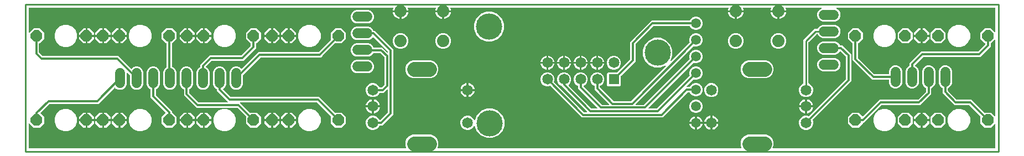
<source format=gtl>
G04 EAGLE Gerber RS-274X export*
G75*
%MOMM*%
%FSLAX34Y34*%
%LPD*%
%INTop Copper*%
%IPPOS*%
%AMOC8*
5,1,8,0,0,1.08239X$1,22.5*%
G01*
%ADD10C,4.016000*%
%ADD11C,1.508000*%
%ADD12C,1.650000*%
%ADD13C,2.250000*%
%ADD14C,1.879600*%
%ADD15P,1.924489X8X112.500000*%
%ADD16P,1.924489X8X292.500000*%
%ADD17C,1.524000*%
%ADD18R,1.650000X1.650000*%
%ADD19C,0.304800*%
%ADD20C,0.254000*%
%ADD21C,0.254000*%

G36*
X612595Y5088D02*
X612595Y5088D01*
X612641Y5086D01*
X612716Y5108D01*
X612793Y5120D01*
X612833Y5142D01*
X612877Y5155D01*
X612941Y5199D01*
X613010Y5236D01*
X613041Y5269D01*
X613079Y5295D01*
X613126Y5358D01*
X613179Y5414D01*
X613199Y5456D01*
X613226Y5492D01*
X613250Y5566D01*
X613283Y5637D01*
X613288Y5683D01*
X613302Y5726D01*
X613301Y5804D01*
X613310Y5881D01*
X613300Y5926D01*
X613300Y5972D01*
X613262Y6104D01*
X613258Y6122D01*
X613255Y6126D01*
X613253Y6133D01*
X611959Y9257D01*
X611959Y14743D01*
X614059Y19812D01*
X617938Y23691D01*
X623007Y25791D01*
X650993Y25791D01*
X656062Y23691D01*
X659941Y19812D01*
X662041Y14743D01*
X662041Y9257D01*
X660747Y6133D01*
X660736Y6089D01*
X660717Y6047D01*
X660709Y5970D01*
X660691Y5894D01*
X660695Y5848D01*
X660690Y5803D01*
X660707Y5726D01*
X660714Y5649D01*
X660732Y5607D01*
X660742Y5562D01*
X660782Y5495D01*
X660814Y5424D01*
X660845Y5390D01*
X660868Y5351D01*
X660928Y5300D01*
X660980Y5243D01*
X661020Y5221D01*
X661055Y5191D01*
X661128Y5162D01*
X661196Y5125D01*
X661241Y5116D01*
X661283Y5099D01*
X661419Y5084D01*
X661438Y5081D01*
X661443Y5082D01*
X661450Y5081D01*
X1125550Y5081D01*
X1125595Y5088D01*
X1125641Y5086D01*
X1125716Y5108D01*
X1125793Y5120D01*
X1125833Y5142D01*
X1125877Y5155D01*
X1125941Y5199D01*
X1126010Y5236D01*
X1126041Y5269D01*
X1126079Y5295D01*
X1126126Y5358D01*
X1126179Y5414D01*
X1126199Y5456D01*
X1126226Y5492D01*
X1126250Y5566D01*
X1126283Y5637D01*
X1126288Y5683D01*
X1126302Y5726D01*
X1126301Y5804D01*
X1126310Y5881D01*
X1126300Y5926D01*
X1126300Y5972D01*
X1126262Y6104D01*
X1126258Y6122D01*
X1126255Y6126D01*
X1126253Y6133D01*
X1124959Y9257D01*
X1124959Y14743D01*
X1127059Y19812D01*
X1130938Y23691D01*
X1136007Y25791D01*
X1163993Y25791D01*
X1169062Y23691D01*
X1172941Y19812D01*
X1175041Y14743D01*
X1175041Y9257D01*
X1173747Y6133D01*
X1173736Y6089D01*
X1173717Y6047D01*
X1173709Y5970D01*
X1173691Y5894D01*
X1173695Y5848D01*
X1173690Y5803D01*
X1173707Y5726D01*
X1173714Y5649D01*
X1173732Y5607D01*
X1173742Y5562D01*
X1173782Y5495D01*
X1173814Y5424D01*
X1173845Y5390D01*
X1173868Y5351D01*
X1173928Y5300D01*
X1173980Y5243D01*
X1174020Y5221D01*
X1174055Y5191D01*
X1174128Y5162D01*
X1174196Y5125D01*
X1174241Y5116D01*
X1174283Y5099D01*
X1174419Y5084D01*
X1174438Y5081D01*
X1174443Y5082D01*
X1174450Y5081D01*
X1514158Y5081D01*
X1514178Y5084D01*
X1514197Y5082D01*
X1514299Y5104D01*
X1514401Y5120D01*
X1514418Y5130D01*
X1514438Y5134D01*
X1514527Y5187D01*
X1514618Y5236D01*
X1514632Y5250D01*
X1514649Y5260D01*
X1514716Y5339D01*
X1514788Y5414D01*
X1514796Y5432D01*
X1514809Y5447D01*
X1514848Y5543D01*
X1514891Y5637D01*
X1514893Y5657D01*
X1514901Y5675D01*
X1514919Y5842D01*
X1514919Y41466D01*
X1514908Y41537D01*
X1514906Y41608D01*
X1514888Y41657D01*
X1514880Y41709D01*
X1514846Y41772D01*
X1514821Y41839D01*
X1514789Y41880D01*
X1514764Y41926D01*
X1514712Y41975D01*
X1514668Y42031D01*
X1514624Y42060D01*
X1514586Y42095D01*
X1514521Y42126D01*
X1514461Y42164D01*
X1514410Y42177D01*
X1514363Y42199D01*
X1514292Y42207D01*
X1514222Y42225D01*
X1514170Y42220D01*
X1514119Y42226D01*
X1514048Y42211D01*
X1513977Y42205D01*
X1513929Y42185D01*
X1513878Y42174D01*
X1513817Y42137D01*
X1513751Y42109D01*
X1513695Y42064D01*
X1513667Y42048D01*
X1513652Y42030D01*
X1513620Y42004D01*
X1508185Y36569D01*
X1498715Y36569D01*
X1492019Y43265D01*
X1492019Y52757D01*
X1492038Y52786D01*
X1492098Y52870D01*
X1492104Y52889D01*
X1492115Y52906D01*
X1492140Y53006D01*
X1492171Y53105D01*
X1492170Y53125D01*
X1492175Y53144D01*
X1492167Y53247D01*
X1492164Y53351D01*
X1492157Y53370D01*
X1492156Y53390D01*
X1492116Y53484D01*
X1492080Y53582D01*
X1492067Y53598D01*
X1492060Y53616D01*
X1491955Y53747D01*
X1474989Y70712D01*
X1474915Y70765D01*
X1474846Y70825D01*
X1474816Y70837D01*
X1474790Y70856D01*
X1474703Y70883D01*
X1474618Y70917D01*
X1474577Y70921D01*
X1474555Y70928D01*
X1474522Y70927D01*
X1474451Y70935D01*
X1452316Y70935D01*
X1434035Y89216D01*
X1434035Y96557D01*
X1434017Y96671D01*
X1433999Y96788D01*
X1433997Y96794D01*
X1433996Y96800D01*
X1433941Y96902D01*
X1433888Y97007D01*
X1433883Y97012D01*
X1433880Y97017D01*
X1433796Y97097D01*
X1433712Y97180D01*
X1433706Y97183D01*
X1433702Y97187D01*
X1433685Y97194D01*
X1433565Y97260D01*
X1432344Y97766D01*
X1429486Y100624D01*
X1427939Y104359D01*
X1427939Y123641D01*
X1429486Y127376D01*
X1432344Y130234D01*
X1436079Y131781D01*
X1440121Y131781D01*
X1443856Y130234D01*
X1446714Y127376D01*
X1448261Y123641D01*
X1448261Y104359D01*
X1446714Y100624D01*
X1443856Y97766D01*
X1442635Y97260D01*
X1442535Y97199D01*
X1442435Y97139D01*
X1442431Y97134D01*
X1442426Y97131D01*
X1442351Y97041D01*
X1442275Y96952D01*
X1442273Y96946D01*
X1442269Y96941D01*
X1442227Y96832D01*
X1442183Y96724D01*
X1442182Y96716D01*
X1442181Y96712D01*
X1442180Y96693D01*
X1442165Y96557D01*
X1442165Y92899D01*
X1442179Y92809D01*
X1442187Y92718D01*
X1442199Y92688D01*
X1442204Y92656D01*
X1442247Y92576D01*
X1442283Y92492D01*
X1442309Y92460D01*
X1442320Y92439D01*
X1442343Y92417D01*
X1442388Y92361D01*
X1455461Y79288D01*
X1455535Y79235D01*
X1455604Y79175D01*
X1455634Y79163D01*
X1455660Y79144D01*
X1455747Y79117D01*
X1455832Y79083D01*
X1455873Y79079D01*
X1455896Y79072D01*
X1455928Y79073D01*
X1455999Y79065D01*
X1478134Y79065D01*
X1480738Y76461D01*
X1497703Y59495D01*
X1497719Y59484D01*
X1497732Y59468D01*
X1497819Y59412D01*
X1497903Y59352D01*
X1497922Y59346D01*
X1497939Y59335D01*
X1498039Y59310D01*
X1498138Y59279D01*
X1498158Y59280D01*
X1498177Y59275D01*
X1498280Y59283D01*
X1498384Y59286D01*
X1498403Y59293D01*
X1498423Y59294D01*
X1498517Y59334D01*
X1498615Y59370D01*
X1498631Y59383D01*
X1498649Y59390D01*
X1498699Y59431D01*
X1508185Y59431D01*
X1513620Y53996D01*
X1513678Y53954D01*
X1513730Y53905D01*
X1513777Y53883D01*
X1513819Y53852D01*
X1513888Y53831D01*
X1513953Y53801D01*
X1514005Y53795D01*
X1514055Y53780D01*
X1514126Y53782D01*
X1514197Y53774D01*
X1514248Y53785D01*
X1514300Y53786D01*
X1514368Y53811D01*
X1514438Y53826D01*
X1514483Y53853D01*
X1514531Y53871D01*
X1514587Y53916D01*
X1514649Y53952D01*
X1514683Y53992D01*
X1514723Y54024D01*
X1514762Y54085D01*
X1514809Y54139D01*
X1514828Y54187D01*
X1514856Y54231D01*
X1514874Y54301D01*
X1514901Y54367D01*
X1514909Y54439D01*
X1514917Y54470D01*
X1514915Y54493D01*
X1514919Y54534D01*
X1514919Y170466D01*
X1514908Y170537D01*
X1514906Y170608D01*
X1514888Y170657D01*
X1514880Y170709D01*
X1514846Y170772D01*
X1514821Y170839D01*
X1514789Y170880D01*
X1514764Y170926D01*
X1514712Y170975D01*
X1514668Y171031D01*
X1514624Y171060D01*
X1514586Y171095D01*
X1514521Y171126D01*
X1514461Y171164D01*
X1514410Y171177D01*
X1514363Y171199D01*
X1514292Y171207D01*
X1514222Y171225D01*
X1514170Y171220D01*
X1514119Y171226D01*
X1514048Y171211D01*
X1513977Y171205D01*
X1513929Y171185D01*
X1513878Y171174D01*
X1513817Y171137D01*
X1513751Y171109D01*
X1513695Y171064D01*
X1513667Y171048D01*
X1513652Y171030D01*
X1513620Y171004D01*
X1508169Y165554D01*
X1508135Y165546D01*
X1508033Y165530D01*
X1508016Y165520D01*
X1507996Y165516D01*
X1507907Y165463D01*
X1507816Y165414D01*
X1507802Y165400D01*
X1507785Y165390D01*
X1507718Y165311D01*
X1507646Y165236D01*
X1507638Y165218D01*
X1507625Y165203D01*
X1507586Y165107D01*
X1507543Y165013D01*
X1507541Y164993D01*
X1507533Y164975D01*
X1507515Y164808D01*
X1507515Y160766D01*
X1491684Y144935D01*
X1404999Y144935D01*
X1404909Y144921D01*
X1404818Y144913D01*
X1404788Y144901D01*
X1404756Y144896D01*
X1404676Y144853D01*
X1404592Y144817D01*
X1404560Y144791D01*
X1404539Y144780D01*
X1404517Y144757D01*
X1404461Y144712D01*
X1391688Y131940D01*
X1391661Y131902D01*
X1391627Y131871D01*
X1391590Y131803D01*
X1391544Y131740D01*
X1391531Y131696D01*
X1391509Y131656D01*
X1391495Y131579D01*
X1391472Y131505D01*
X1391473Y131459D01*
X1391465Y131414D01*
X1391476Y131337D01*
X1391478Y131259D01*
X1391494Y131216D01*
X1391501Y131170D01*
X1391536Y131101D01*
X1391563Y131028D01*
X1391592Y130992D01*
X1391612Y130951D01*
X1391668Y130897D01*
X1391717Y130836D01*
X1391755Y130811D01*
X1391788Y130779D01*
X1391908Y130713D01*
X1391924Y130703D01*
X1391928Y130702D01*
X1391935Y130698D01*
X1393056Y130234D01*
X1395914Y127376D01*
X1397461Y123641D01*
X1397461Y104359D01*
X1395914Y100624D01*
X1393056Y97766D01*
X1389321Y96219D01*
X1385279Y96219D01*
X1381544Y97766D01*
X1378686Y100624D01*
X1377139Y104359D01*
X1377139Y123641D01*
X1378686Y127376D01*
X1381544Y130234D01*
X1382765Y130740D01*
X1382865Y130801D01*
X1382921Y130835D01*
X1382934Y130842D01*
X1382936Y130844D01*
X1382965Y130861D01*
X1382969Y130866D01*
X1382974Y130869D01*
X1383049Y130960D01*
X1383079Y130994D01*
X1383104Y131020D01*
X1383106Y131026D01*
X1383125Y131048D01*
X1383127Y131054D01*
X1383131Y131059D01*
X1383173Y131167D01*
X1383180Y131185D01*
X1383207Y131243D01*
X1383209Y131256D01*
X1383217Y131276D01*
X1383218Y131284D01*
X1383219Y131288D01*
X1383220Y131307D01*
X1383235Y131443D01*
X1383235Y134984D01*
X1401316Y153065D01*
X1488001Y153065D01*
X1488091Y153079D01*
X1488182Y153087D01*
X1488212Y153099D01*
X1488244Y153104D01*
X1488324Y153147D01*
X1488408Y153183D01*
X1488440Y153209D01*
X1488461Y153220D01*
X1488483Y153243D01*
X1488539Y153288D01*
X1499162Y163911D01*
X1499215Y163985D01*
X1499275Y164054D01*
X1499287Y164084D01*
X1499306Y164110D01*
X1499333Y164197D01*
X1499367Y164282D01*
X1499371Y164323D01*
X1499378Y164346D01*
X1499377Y164378D01*
X1499385Y164449D01*
X1499385Y164808D01*
X1499382Y164828D01*
X1499384Y164847D01*
X1499362Y164949D01*
X1499346Y165051D01*
X1499336Y165068D01*
X1499332Y165088D01*
X1499279Y165177D01*
X1499230Y165268D01*
X1499216Y165282D01*
X1499206Y165299D01*
X1499127Y165366D01*
X1499052Y165438D01*
X1499034Y165446D01*
X1499019Y165459D01*
X1498923Y165498D01*
X1498829Y165541D01*
X1498809Y165543D01*
X1498791Y165551D01*
X1498727Y165558D01*
X1492019Y172265D01*
X1492019Y181735D01*
X1498715Y188431D01*
X1508185Y188431D01*
X1513620Y182996D01*
X1513678Y182954D01*
X1513730Y182905D01*
X1513777Y182883D01*
X1513819Y182852D01*
X1513888Y182831D01*
X1513953Y182801D01*
X1514005Y182795D01*
X1514055Y182780D01*
X1514126Y182782D01*
X1514197Y182774D01*
X1514248Y182785D01*
X1514300Y182786D01*
X1514368Y182811D01*
X1514438Y182826D01*
X1514483Y182853D01*
X1514531Y182871D01*
X1514587Y182916D01*
X1514649Y182952D01*
X1514683Y182992D01*
X1514723Y183024D01*
X1514762Y183085D01*
X1514809Y183139D01*
X1514828Y183187D01*
X1514856Y183231D01*
X1514874Y183301D01*
X1514901Y183367D01*
X1514909Y183439D01*
X1514917Y183470D01*
X1514915Y183493D01*
X1514919Y183534D01*
X1514919Y219158D01*
X1514916Y219178D01*
X1514918Y219197D01*
X1514896Y219299D01*
X1514880Y219401D01*
X1514870Y219418D01*
X1514866Y219438D01*
X1514813Y219527D01*
X1514764Y219618D01*
X1514750Y219632D01*
X1514740Y219649D01*
X1514661Y219716D01*
X1514586Y219788D01*
X1514568Y219796D01*
X1514553Y219809D01*
X1514457Y219848D01*
X1514363Y219891D01*
X1514343Y219893D01*
X1514325Y219901D01*
X1514158Y219919D01*
X1271878Y219919D01*
X1271782Y219904D01*
X1271685Y219894D01*
X1271661Y219884D01*
X1271636Y219880D01*
X1271550Y219834D01*
X1271461Y219794D01*
X1271441Y219777D01*
X1271418Y219764D01*
X1271351Y219694D01*
X1271279Y219628D01*
X1271267Y219605D01*
X1271249Y219586D01*
X1271208Y219498D01*
X1271161Y219412D01*
X1271156Y219387D01*
X1271145Y219363D01*
X1271134Y219266D01*
X1271117Y219170D01*
X1271121Y219144D01*
X1271118Y219119D01*
X1271139Y219023D01*
X1271153Y218927D01*
X1271165Y218904D01*
X1271170Y218878D01*
X1271220Y218795D01*
X1271264Y218708D01*
X1271283Y218689D01*
X1271296Y218667D01*
X1271370Y218604D01*
X1271440Y218536D01*
X1271469Y218520D01*
X1271483Y218507D01*
X1271514Y218495D01*
X1271587Y218455D01*
X1273376Y217714D01*
X1276234Y214856D01*
X1277781Y211121D01*
X1277781Y207079D01*
X1276234Y203344D01*
X1273376Y200486D01*
X1269641Y198939D01*
X1250359Y198939D01*
X1246624Y200486D01*
X1243766Y203344D01*
X1242219Y207079D01*
X1242219Y211121D01*
X1243766Y214856D01*
X1246624Y217714D01*
X1248413Y218455D01*
X1248496Y218506D01*
X1248582Y218552D01*
X1248600Y218570D01*
X1248622Y218584D01*
X1248684Y218660D01*
X1248751Y218730D01*
X1248762Y218754D01*
X1248779Y218774D01*
X1248814Y218865D01*
X1248855Y218953D01*
X1248858Y218979D01*
X1248867Y219003D01*
X1248871Y219101D01*
X1248882Y219197D01*
X1248876Y219223D01*
X1248878Y219249D01*
X1248850Y219343D01*
X1248830Y219438D01*
X1248816Y219460D01*
X1248809Y219485D01*
X1248753Y219565D01*
X1248704Y219649D01*
X1248684Y219666D01*
X1248669Y219687D01*
X1248591Y219746D01*
X1248517Y219809D01*
X1248492Y219819D01*
X1248471Y219834D01*
X1248379Y219864D01*
X1248288Y219901D01*
X1248256Y219904D01*
X1248237Y219910D01*
X1248204Y219910D01*
X1248122Y219919D01*
X1194387Y219919D01*
X1194371Y219917D01*
X1194355Y219919D01*
X1194250Y219897D01*
X1194144Y219880D01*
X1194130Y219872D01*
X1194114Y219869D01*
X1194021Y219815D01*
X1193926Y219764D01*
X1193915Y219753D01*
X1193902Y219745D01*
X1193831Y219664D01*
X1193757Y219586D01*
X1193750Y219572D01*
X1193740Y219560D01*
X1193699Y219461D01*
X1193653Y219363D01*
X1193652Y219347D01*
X1193646Y219332D01*
X1193638Y219225D01*
X1193626Y219119D01*
X1193630Y219103D01*
X1193629Y219087D01*
X1193663Y218923D01*
X1194157Y217402D01*
X1194358Y216129D01*
X1183274Y216129D01*
X1183254Y216126D01*
X1183235Y216128D01*
X1183133Y216106D01*
X1183031Y216089D01*
X1183014Y216080D01*
X1182994Y216076D01*
X1182905Y216023D01*
X1182814Y215974D01*
X1182800Y215960D01*
X1182783Y215950D01*
X1182716Y215871D01*
X1182645Y215796D01*
X1182636Y215778D01*
X1182623Y215763D01*
X1182585Y215667D01*
X1182541Y215573D01*
X1182539Y215553D01*
X1182531Y215535D01*
X1182513Y215368D01*
X1182513Y214605D01*
X1182511Y214605D01*
X1182511Y215368D01*
X1182508Y215388D01*
X1182510Y215407D01*
X1182488Y215509D01*
X1182471Y215611D01*
X1182462Y215628D01*
X1182458Y215648D01*
X1182405Y215737D01*
X1182356Y215828D01*
X1182342Y215842D01*
X1182332Y215859D01*
X1182253Y215926D01*
X1182178Y215997D01*
X1182160Y216006D01*
X1182145Y216019D01*
X1182049Y216058D01*
X1181955Y216101D01*
X1181935Y216103D01*
X1181917Y216111D01*
X1181750Y216129D01*
X1170666Y216129D01*
X1170867Y217402D01*
X1171361Y218923D01*
X1171364Y218939D01*
X1171371Y218953D01*
X1171382Y219059D01*
X1171399Y219166D01*
X1171396Y219182D01*
X1171398Y219197D01*
X1171375Y219302D01*
X1171356Y219408D01*
X1171349Y219422D01*
X1171345Y219438D01*
X1171291Y219530D01*
X1171239Y219624D01*
X1171227Y219635D01*
X1171219Y219649D01*
X1171138Y219719D01*
X1171059Y219792D01*
X1171044Y219798D01*
X1171032Y219809D01*
X1170933Y219849D01*
X1170835Y219893D01*
X1170819Y219895D01*
X1170804Y219901D01*
X1170637Y219919D01*
X1129363Y219919D01*
X1129347Y219917D01*
X1129331Y219919D01*
X1129226Y219897D01*
X1129120Y219880D01*
X1129106Y219872D01*
X1129090Y219869D01*
X1128997Y219815D01*
X1128902Y219764D01*
X1128891Y219753D01*
X1128878Y219745D01*
X1128807Y219664D01*
X1128733Y219586D01*
X1128726Y219572D01*
X1128716Y219560D01*
X1128675Y219461D01*
X1128629Y219363D01*
X1128628Y219347D01*
X1128622Y219332D01*
X1128614Y219225D01*
X1128602Y219119D01*
X1128606Y219103D01*
X1128605Y219087D01*
X1128639Y218923D01*
X1129133Y217402D01*
X1129334Y216129D01*
X1118250Y216129D01*
X1118230Y216126D01*
X1118211Y216128D01*
X1118109Y216106D01*
X1118007Y216089D01*
X1117990Y216080D01*
X1117970Y216076D01*
X1117881Y216023D01*
X1117790Y215974D01*
X1117776Y215960D01*
X1117759Y215950D01*
X1117692Y215871D01*
X1117621Y215796D01*
X1117612Y215778D01*
X1117599Y215763D01*
X1117561Y215667D01*
X1117517Y215573D01*
X1117515Y215553D01*
X1117507Y215535D01*
X1117489Y215368D01*
X1117489Y214605D01*
X1117487Y214605D01*
X1117487Y215368D01*
X1117484Y215388D01*
X1117486Y215407D01*
X1117464Y215509D01*
X1117447Y215611D01*
X1117438Y215628D01*
X1117434Y215648D01*
X1117381Y215737D01*
X1117332Y215828D01*
X1117318Y215842D01*
X1117308Y215859D01*
X1117229Y215926D01*
X1117154Y215997D01*
X1117136Y216006D01*
X1117121Y216019D01*
X1117025Y216058D01*
X1116931Y216101D01*
X1116911Y216103D01*
X1116893Y216111D01*
X1116726Y216129D01*
X1105642Y216129D01*
X1105843Y217402D01*
X1106337Y218923D01*
X1106340Y218939D01*
X1106347Y218953D01*
X1106358Y219059D01*
X1106375Y219166D01*
X1106372Y219182D01*
X1106374Y219197D01*
X1106351Y219302D01*
X1106332Y219408D01*
X1106325Y219422D01*
X1106321Y219438D01*
X1106267Y219530D01*
X1106215Y219624D01*
X1106203Y219635D01*
X1106195Y219649D01*
X1106114Y219719D01*
X1106035Y219792D01*
X1106020Y219798D01*
X1106008Y219809D01*
X1105909Y219849D01*
X1105811Y219893D01*
X1105795Y219895D01*
X1105780Y219901D01*
X1105613Y219919D01*
X681387Y219919D01*
X681371Y219917D01*
X681355Y219919D01*
X681250Y219897D01*
X681144Y219880D01*
X681130Y219872D01*
X681114Y219869D01*
X681021Y219815D01*
X680926Y219764D01*
X680915Y219753D01*
X680902Y219745D01*
X680831Y219664D01*
X680757Y219586D01*
X680750Y219572D01*
X680740Y219560D01*
X680699Y219461D01*
X680653Y219363D01*
X680652Y219347D01*
X680646Y219332D01*
X680638Y219225D01*
X680626Y219119D01*
X680630Y219103D01*
X680629Y219087D01*
X680663Y218923D01*
X681157Y217402D01*
X681358Y216129D01*
X670274Y216129D01*
X670254Y216126D01*
X670235Y216128D01*
X670133Y216106D01*
X670031Y216089D01*
X670014Y216080D01*
X669994Y216076D01*
X669905Y216023D01*
X669814Y215974D01*
X669800Y215960D01*
X669783Y215950D01*
X669716Y215871D01*
X669645Y215796D01*
X669636Y215778D01*
X669623Y215763D01*
X669585Y215667D01*
X669541Y215573D01*
X669539Y215553D01*
X669531Y215535D01*
X669513Y215368D01*
X669513Y214605D01*
X669511Y214605D01*
X669511Y215368D01*
X669508Y215388D01*
X669510Y215407D01*
X669488Y215509D01*
X669471Y215611D01*
X669462Y215628D01*
X669458Y215648D01*
X669405Y215737D01*
X669356Y215828D01*
X669342Y215842D01*
X669332Y215859D01*
X669253Y215926D01*
X669178Y215997D01*
X669160Y216006D01*
X669145Y216019D01*
X669049Y216058D01*
X668955Y216101D01*
X668935Y216103D01*
X668917Y216111D01*
X668750Y216129D01*
X657666Y216129D01*
X657867Y217402D01*
X658361Y218923D01*
X658364Y218939D01*
X658371Y218953D01*
X658382Y219059D01*
X658399Y219166D01*
X658396Y219182D01*
X658398Y219197D01*
X658375Y219302D01*
X658356Y219408D01*
X658349Y219422D01*
X658345Y219438D01*
X658291Y219530D01*
X658239Y219624D01*
X658227Y219635D01*
X658219Y219649D01*
X658138Y219719D01*
X658059Y219792D01*
X658044Y219798D01*
X658032Y219809D01*
X657933Y219849D01*
X657835Y219893D01*
X657819Y219895D01*
X657804Y219901D01*
X657637Y219919D01*
X616363Y219919D01*
X616347Y219917D01*
X616331Y219919D01*
X616226Y219897D01*
X616120Y219880D01*
X616106Y219872D01*
X616090Y219869D01*
X615997Y219815D01*
X615902Y219764D01*
X615891Y219753D01*
X615878Y219745D01*
X615807Y219664D01*
X615733Y219586D01*
X615726Y219572D01*
X615716Y219560D01*
X615675Y219461D01*
X615629Y219363D01*
X615628Y219347D01*
X615622Y219332D01*
X615614Y219225D01*
X615602Y219119D01*
X615606Y219103D01*
X615605Y219087D01*
X615639Y218923D01*
X616133Y217402D01*
X616334Y216129D01*
X605250Y216129D01*
X605230Y216126D01*
X605211Y216128D01*
X605109Y216106D01*
X605007Y216089D01*
X604990Y216080D01*
X604970Y216076D01*
X604881Y216023D01*
X604790Y215974D01*
X604776Y215960D01*
X604759Y215950D01*
X604692Y215871D01*
X604621Y215796D01*
X604612Y215778D01*
X604599Y215763D01*
X604561Y215667D01*
X604517Y215573D01*
X604515Y215553D01*
X604507Y215535D01*
X604489Y215368D01*
X604489Y214605D01*
X604487Y214605D01*
X604487Y215368D01*
X604484Y215388D01*
X604486Y215407D01*
X604464Y215509D01*
X604447Y215611D01*
X604438Y215628D01*
X604434Y215648D01*
X604381Y215737D01*
X604332Y215828D01*
X604318Y215842D01*
X604308Y215859D01*
X604229Y215926D01*
X604154Y215997D01*
X604136Y216006D01*
X604121Y216019D01*
X604025Y216058D01*
X603931Y216101D01*
X603911Y216103D01*
X603893Y216111D01*
X603726Y216129D01*
X592642Y216129D01*
X592843Y217402D01*
X593337Y218923D01*
X593340Y218939D01*
X593347Y218953D01*
X593358Y219059D01*
X593375Y219166D01*
X593372Y219182D01*
X593374Y219197D01*
X593351Y219302D01*
X593332Y219408D01*
X593325Y219422D01*
X593321Y219438D01*
X593267Y219530D01*
X593215Y219624D01*
X593203Y219635D01*
X593195Y219649D01*
X593114Y219719D01*
X593035Y219792D01*
X593020Y219798D01*
X593008Y219809D01*
X592909Y219849D01*
X592811Y219893D01*
X592795Y219895D01*
X592780Y219901D01*
X592613Y219919D01*
X35842Y219919D01*
X35822Y219916D01*
X35803Y219918D01*
X35701Y219896D01*
X35599Y219880D01*
X35582Y219870D01*
X35562Y219866D01*
X35473Y219813D01*
X35382Y219764D01*
X35368Y219750D01*
X35351Y219740D01*
X35284Y219661D01*
X35212Y219586D01*
X35204Y219568D01*
X35191Y219553D01*
X35152Y219457D01*
X35109Y219363D01*
X35107Y219343D01*
X35099Y219325D01*
X35081Y219158D01*
X35081Y182534D01*
X35092Y182463D01*
X35094Y182392D01*
X35112Y182343D01*
X35120Y182291D01*
X35154Y182228D01*
X35179Y182161D01*
X35211Y182120D01*
X35236Y182074D01*
X35288Y182025D01*
X35332Y181969D01*
X35376Y181940D01*
X35414Y181905D01*
X35479Y181874D01*
X35539Y181836D01*
X35590Y181823D01*
X35637Y181801D01*
X35708Y181793D01*
X35778Y181775D01*
X35830Y181780D01*
X35881Y181774D01*
X35952Y181789D01*
X36023Y181795D01*
X36071Y181815D01*
X36122Y181826D01*
X36183Y181863D01*
X36249Y181891D01*
X36305Y181936D01*
X36333Y181952D01*
X36348Y181970D01*
X36380Y181996D01*
X42815Y188431D01*
X52285Y188431D01*
X58981Y181735D01*
X58981Y172265D01*
X52285Y165569D01*
X51826Y165569D01*
X51806Y165566D01*
X51787Y165568D01*
X51685Y165546D01*
X51583Y165530D01*
X51566Y165520D01*
X51546Y165516D01*
X51457Y165463D01*
X51366Y165414D01*
X51352Y165400D01*
X51335Y165390D01*
X51268Y165311D01*
X51196Y165236D01*
X51188Y165218D01*
X51175Y165203D01*
X51136Y165107D01*
X51093Y165013D01*
X51091Y164993D01*
X51083Y164975D01*
X51065Y164808D01*
X51065Y151999D01*
X51068Y151981D01*
X51066Y151963D01*
X51081Y151894D01*
X51087Y151818D01*
X51099Y151788D01*
X51104Y151756D01*
X51115Y151737D01*
X51118Y151722D01*
X51150Y151668D01*
X51183Y151592D01*
X51209Y151560D01*
X51220Y151539D01*
X51238Y151521D01*
X51244Y151511D01*
X51254Y151502D01*
X51288Y151461D01*
X56461Y146288D01*
X56535Y146235D01*
X56604Y146175D01*
X56634Y146163D01*
X56660Y146144D01*
X56747Y146117D01*
X56832Y146083D01*
X56873Y146079D01*
X56896Y146072D01*
X56928Y146073D01*
X56999Y146065D01*
X172184Y146065D01*
X191841Y126407D01*
X191857Y126396D01*
X191870Y126380D01*
X191957Y126324D01*
X192041Y126264D01*
X192060Y126258D01*
X192077Y126247D01*
X192177Y126222D01*
X192276Y126191D01*
X192296Y126192D01*
X192315Y126187D01*
X192418Y126195D01*
X192522Y126198D01*
X192541Y126205D01*
X192560Y126206D01*
X192655Y126246D01*
X192753Y126282D01*
X192769Y126295D01*
X192787Y126302D01*
X192918Y126407D01*
X194744Y128234D01*
X198479Y129781D01*
X202521Y129781D01*
X206256Y128234D01*
X209114Y125376D01*
X210661Y121641D01*
X210661Y102359D01*
X209114Y98624D01*
X206256Y95766D01*
X202521Y94219D01*
X198479Y94219D01*
X194744Y95766D01*
X191886Y98624D01*
X190339Y102359D01*
X190339Y116097D01*
X190325Y116187D01*
X190317Y116278D01*
X190305Y116308D01*
X190300Y116340D01*
X190257Y116420D01*
X190221Y116504D01*
X190195Y116537D01*
X190184Y116557D01*
X190161Y116579D01*
X190116Y116635D01*
X186560Y120191D01*
X186502Y120233D01*
X186450Y120283D01*
X186403Y120305D01*
X186361Y120335D01*
X186292Y120356D01*
X186227Y120386D01*
X186175Y120392D01*
X186125Y120407D01*
X186054Y120405D01*
X185983Y120413D01*
X185932Y120402D01*
X185880Y120401D01*
X185812Y120376D01*
X185742Y120361D01*
X185697Y120334D01*
X185649Y120316D01*
X185593Y120272D01*
X185531Y120235D01*
X185497Y120195D01*
X185457Y120163D01*
X185418Y120102D01*
X185371Y120048D01*
X185352Y120000D01*
X185324Y119956D01*
X185306Y119886D01*
X185279Y119820D01*
X185271Y119748D01*
X185263Y119717D01*
X185265Y119694D01*
X185261Y119653D01*
X185261Y102359D01*
X183714Y98624D01*
X180856Y95766D01*
X177121Y94219D01*
X173079Y94219D01*
X169344Y95766D01*
X167518Y97593D01*
X167502Y97604D01*
X167489Y97620D01*
X167402Y97676D01*
X167318Y97736D01*
X167299Y97742D01*
X167282Y97753D01*
X167182Y97778D01*
X167083Y97809D01*
X167063Y97808D01*
X167044Y97813D01*
X166941Y97805D01*
X166837Y97802D01*
X166818Y97795D01*
X166798Y97794D01*
X166704Y97754D01*
X166606Y97718D01*
X166590Y97705D01*
X166572Y97698D01*
X166441Y97593D01*
X144388Y75539D01*
X141784Y72935D01*
X67549Y72935D01*
X67459Y72921D01*
X67368Y72913D01*
X67338Y72901D01*
X67306Y72896D01*
X67226Y72853D01*
X67142Y72817D01*
X67110Y72791D01*
X67089Y72780D01*
X67067Y72757D01*
X67011Y72712D01*
X53545Y59247D01*
X53534Y59231D01*
X53518Y59218D01*
X53462Y59131D01*
X53402Y59047D01*
X53396Y59028D01*
X53385Y59011D01*
X53360Y58911D01*
X53329Y58812D01*
X53330Y58792D01*
X53325Y58773D01*
X53333Y58670D01*
X53336Y58566D01*
X53343Y58547D01*
X53344Y58528D01*
X53384Y58433D01*
X53420Y58335D01*
X53433Y58319D01*
X53440Y58301D01*
X53545Y58170D01*
X58981Y52735D01*
X58981Y43265D01*
X52285Y36569D01*
X42815Y36569D01*
X36380Y43004D01*
X36322Y43046D01*
X36270Y43095D01*
X36223Y43117D01*
X36181Y43148D01*
X36112Y43169D01*
X36047Y43199D01*
X35995Y43205D01*
X35945Y43220D01*
X35874Y43218D01*
X35803Y43226D01*
X35752Y43215D01*
X35700Y43214D01*
X35632Y43189D01*
X35562Y43174D01*
X35517Y43147D01*
X35469Y43129D01*
X35413Y43084D01*
X35351Y43048D01*
X35317Y43008D01*
X35277Y42976D01*
X35238Y42915D01*
X35191Y42861D01*
X35172Y42813D01*
X35144Y42769D01*
X35126Y42699D01*
X35099Y42633D01*
X35091Y42561D01*
X35083Y42530D01*
X35085Y42507D01*
X35081Y42466D01*
X35081Y5842D01*
X35084Y5822D01*
X35082Y5803D01*
X35104Y5701D01*
X35120Y5599D01*
X35130Y5582D01*
X35134Y5562D01*
X35187Y5473D01*
X35236Y5382D01*
X35250Y5368D01*
X35260Y5351D01*
X35339Y5284D01*
X35414Y5212D01*
X35432Y5204D01*
X35447Y5191D01*
X35543Y5152D01*
X35637Y5109D01*
X35657Y5107D01*
X35675Y5099D01*
X35842Y5081D01*
X612550Y5081D01*
X612595Y5088D01*
G37*
%LPC*%
G36*
X881816Y51935D02*
X881816Y51935D01*
X879212Y54539D01*
X833754Y99998D01*
X833660Y100065D01*
X833565Y100136D01*
X833559Y100138D01*
X833554Y100141D01*
X833443Y100175D01*
X833331Y100212D01*
X833325Y100212D01*
X833319Y100214D01*
X833202Y100211D01*
X833085Y100210D01*
X833078Y100207D01*
X833073Y100207D01*
X833056Y100201D01*
X832924Y100163D01*
X831346Y99509D01*
X827054Y99509D01*
X823088Y101152D01*
X820052Y104188D01*
X818409Y108154D01*
X818409Y112446D01*
X820052Y116412D01*
X823088Y119448D01*
X827054Y121091D01*
X831346Y121091D01*
X835312Y119448D01*
X838348Y116412D01*
X839991Y112446D01*
X839991Y108154D01*
X839337Y106576D01*
X839329Y106540D01*
X839325Y106532D01*
X839323Y106516D01*
X839311Y106462D01*
X839282Y106349D01*
X839282Y106342D01*
X839281Y106336D01*
X839292Y106220D01*
X839301Y106103D01*
X839304Y106098D01*
X839304Y106091D01*
X839352Y105984D01*
X839397Y105877D01*
X839402Y105871D01*
X839404Y105867D01*
X839417Y105853D01*
X839502Y105746D01*
X884961Y60288D01*
X885035Y60235D01*
X885104Y60175D01*
X885134Y60163D01*
X885160Y60144D01*
X885247Y60117D01*
X885332Y60083D01*
X885373Y60079D01*
X885396Y60072D01*
X885428Y60073D01*
X885499Y60065D01*
X888937Y60065D01*
X889008Y60076D01*
X889080Y60078D01*
X889128Y60096D01*
X889180Y60104D01*
X889243Y60138D01*
X889311Y60163D01*
X889351Y60195D01*
X889397Y60220D01*
X889447Y60272D01*
X889503Y60316D01*
X889531Y60360D01*
X889567Y60398D01*
X889597Y60463D01*
X889636Y60523D01*
X889648Y60574D01*
X889670Y60621D01*
X889678Y60692D01*
X889696Y60762D01*
X889692Y60814D01*
X889697Y60865D01*
X889682Y60936D01*
X889676Y61007D01*
X889656Y61055D01*
X889645Y61106D01*
X889608Y61167D01*
X889580Y61233D01*
X889535Y61289D01*
X889519Y61317D01*
X889501Y61332D01*
X889475Y61364D01*
X853139Y97700D01*
X850643Y100196D01*
X850590Y100235D01*
X850543Y100281D01*
X850470Y100321D01*
X850443Y100340D01*
X850425Y100346D01*
X850396Y100361D01*
X848488Y101152D01*
X845452Y104188D01*
X843809Y108154D01*
X843809Y112446D01*
X845452Y116412D01*
X848488Y119448D01*
X852454Y121091D01*
X856746Y121091D01*
X860712Y119448D01*
X863748Y116412D01*
X865391Y112446D01*
X865391Y108154D01*
X863748Y104188D01*
X861487Y101926D01*
X861475Y101910D01*
X861459Y101898D01*
X861403Y101810D01*
X861343Y101727D01*
X861337Y101708D01*
X861326Y101691D01*
X861301Y101590D01*
X861271Y101491D01*
X861271Y101472D01*
X861266Y101452D01*
X861274Y101349D01*
X861277Y101246D01*
X861284Y101227D01*
X861286Y101207D01*
X861326Y101112D01*
X861362Y101015D01*
X861374Y100999D01*
X861382Y100981D01*
X861487Y100850D01*
X896461Y65876D01*
X896535Y65823D01*
X896604Y65763D01*
X896634Y65751D01*
X896660Y65732D01*
X896747Y65705D01*
X896832Y65671D01*
X896873Y65667D01*
X896896Y65660D01*
X896928Y65661D01*
X896999Y65653D01*
X904761Y65653D01*
X904832Y65664D01*
X904904Y65666D01*
X904952Y65684D01*
X905004Y65692D01*
X905067Y65726D01*
X905135Y65751D01*
X905175Y65783D01*
X905221Y65808D01*
X905271Y65860D01*
X905327Y65904D01*
X905355Y65948D01*
X905391Y65986D01*
X905421Y66051D01*
X905460Y66111D01*
X905472Y66162D01*
X905494Y66209D01*
X905502Y66280D01*
X905520Y66350D01*
X905516Y66402D01*
X905521Y66453D01*
X905506Y66524D01*
X905500Y66595D01*
X905480Y66643D01*
X905469Y66694D01*
X905432Y66755D01*
X905404Y66821D01*
X905359Y66877D01*
X905343Y66905D01*
X905325Y66920D01*
X905299Y66952D01*
X878539Y93712D01*
X875935Y96316D01*
X875935Y99795D01*
X875916Y99910D01*
X875899Y100026D01*
X875897Y100032D01*
X875896Y100038D01*
X875841Y100141D01*
X875788Y100245D01*
X875783Y100250D01*
X875780Y100255D01*
X875696Y100335D01*
X875612Y100418D01*
X875606Y100421D01*
X875602Y100425D01*
X875585Y100433D01*
X875465Y100499D01*
X873888Y101152D01*
X870852Y104188D01*
X869209Y108154D01*
X869209Y112446D01*
X870852Y116412D01*
X873888Y119448D01*
X877854Y121091D01*
X882146Y121091D01*
X886112Y119448D01*
X889148Y116412D01*
X890791Y112446D01*
X890791Y108154D01*
X889148Y104188D01*
X886112Y101152D01*
X884679Y100558D01*
X884640Y100534D01*
X884597Y100518D01*
X884536Y100470D01*
X884470Y100429D01*
X884440Y100393D01*
X884405Y100365D01*
X884363Y100299D01*
X884313Y100239D01*
X884296Y100196D01*
X884272Y100158D01*
X884253Y100082D01*
X884225Y100009D01*
X884223Y99964D01*
X884212Y99919D01*
X884218Y99842D01*
X884214Y99764D01*
X884227Y99720D01*
X884231Y99674D01*
X884261Y99602D01*
X884283Y99528D01*
X884309Y99490D01*
X884327Y99448D01*
X884412Y99341D01*
X884423Y99325D01*
X884427Y99322D01*
X884432Y99317D01*
X912285Y71464D01*
X912359Y71411D01*
X912428Y71351D01*
X912458Y71339D01*
X912484Y71320D01*
X912571Y71293D01*
X912656Y71259D01*
X912697Y71255D01*
X912720Y71248D01*
X912752Y71249D01*
X912823Y71241D01*
X923173Y71241D01*
X923244Y71252D01*
X923316Y71254D01*
X923364Y71272D01*
X923416Y71280D01*
X923479Y71314D01*
X923547Y71339D01*
X923587Y71371D01*
X923633Y71396D01*
X923683Y71448D01*
X923739Y71492D01*
X923767Y71536D01*
X923803Y71574D01*
X923833Y71639D01*
X923872Y71699D01*
X923884Y71750D01*
X923906Y71797D01*
X923914Y71868D01*
X923932Y71938D01*
X923928Y71990D01*
X923933Y72041D01*
X923918Y72112D01*
X923912Y72183D01*
X923892Y72231D01*
X923881Y72282D01*
X923844Y72343D01*
X923816Y72409D01*
X923771Y72465D01*
X923755Y72493D01*
X923737Y72508D01*
X923711Y72540D01*
X901335Y94916D01*
X901335Y99795D01*
X901316Y99910D01*
X901299Y100026D01*
X901297Y100032D01*
X901296Y100038D01*
X901241Y100141D01*
X901188Y100245D01*
X901183Y100250D01*
X901180Y100255D01*
X901096Y100335D01*
X901012Y100418D01*
X901006Y100421D01*
X901002Y100425D01*
X900985Y100433D01*
X900865Y100499D01*
X899288Y101152D01*
X896252Y104188D01*
X894609Y108154D01*
X894609Y112446D01*
X896252Y116412D01*
X899288Y119448D01*
X903254Y121091D01*
X907546Y121091D01*
X911512Y119448D01*
X914548Y116412D01*
X916191Y112446D01*
X916191Y108154D01*
X914548Y104188D01*
X911512Y101152D01*
X909935Y100499D01*
X909835Y100437D01*
X909735Y100377D01*
X909731Y100372D01*
X909726Y100369D01*
X909651Y100278D01*
X909575Y100190D01*
X909573Y100184D01*
X909569Y100179D01*
X909527Y100071D01*
X909483Y99962D01*
X909482Y99954D01*
X909481Y99950D01*
X909480Y99932D01*
X909465Y99795D01*
X909465Y98599D01*
X909479Y98509D01*
X909487Y98418D01*
X909499Y98388D01*
X909504Y98356D01*
X909547Y98276D01*
X909583Y98192D01*
X909609Y98160D01*
X909620Y98139D01*
X909643Y98117D01*
X909688Y98061D01*
X930461Y77288D01*
X930535Y77235D01*
X930604Y77175D01*
X930634Y77163D01*
X930660Y77144D01*
X930747Y77117D01*
X930832Y77083D01*
X930873Y77079D01*
X930896Y77072D01*
X930928Y77073D01*
X930999Y77065D01*
X956814Y77065D01*
X956904Y77079D01*
X956995Y77087D01*
X957025Y77099D01*
X957057Y77104D01*
X957137Y77147D01*
X957221Y77183D01*
X957253Y77209D01*
X957274Y77220D01*
X957296Y77243D01*
X957352Y77288D01*
X1010424Y130359D01*
X1010481Y130438D01*
X1010543Y130513D01*
X1010552Y130538D01*
X1010567Y130559D01*
X1010596Y130652D01*
X1010631Y130743D01*
X1010632Y130769D01*
X1010640Y130794D01*
X1010637Y130891D01*
X1010641Y130989D01*
X1010634Y131014D01*
X1010633Y131040D01*
X1010600Y131131D01*
X1010573Y131225D01*
X1010558Y131246D01*
X1010549Y131271D01*
X1010488Y131347D01*
X1010432Y131427D01*
X1010411Y131443D01*
X1010395Y131463D01*
X1010313Y131516D01*
X1010235Y131574D01*
X1010210Y131582D01*
X1010188Y131596D01*
X1010094Y131620D01*
X1010001Y131650D01*
X1009975Y131650D01*
X1009950Y131656D01*
X1009853Y131648D01*
X1009755Y131648D01*
X1009724Y131638D01*
X1009704Y131637D01*
X1009674Y131624D01*
X1009594Y131601D01*
X1002300Y128579D01*
X993300Y128579D01*
X984986Y132023D01*
X978623Y138386D01*
X975179Y146700D01*
X975179Y155700D01*
X978623Y164014D01*
X984986Y170377D01*
X993300Y173821D01*
X1002300Y173821D01*
X1010614Y170377D01*
X1016977Y164014D01*
X1020421Y155700D01*
X1020421Y146700D01*
X1017399Y139406D01*
X1017377Y139311D01*
X1017348Y139218D01*
X1017349Y139192D01*
X1017343Y139166D01*
X1017352Y139070D01*
X1017355Y138972D01*
X1017364Y138948D01*
X1017366Y138922D01*
X1017406Y138832D01*
X1017439Y138741D01*
X1017456Y138721D01*
X1017466Y138697D01*
X1017532Y138625D01*
X1017593Y138549D01*
X1017615Y138535D01*
X1017633Y138516D01*
X1017718Y138469D01*
X1017800Y138416D01*
X1017825Y138410D01*
X1017848Y138397D01*
X1017944Y138380D01*
X1018038Y138356D01*
X1018064Y138358D01*
X1018090Y138353D01*
X1018187Y138368D01*
X1018284Y138375D01*
X1018308Y138385D01*
X1018333Y138389D01*
X1018420Y138433D01*
X1018510Y138471D01*
X1018535Y138492D01*
X1018553Y138501D01*
X1018576Y138524D01*
X1018641Y138576D01*
X1046705Y166640D01*
X1046772Y166734D01*
X1046843Y166829D01*
X1046844Y166835D01*
X1046848Y166840D01*
X1046882Y166951D01*
X1046919Y167063D01*
X1046919Y167069D01*
X1046920Y167075D01*
X1046917Y167192D01*
X1046916Y167309D01*
X1046914Y167316D01*
X1046914Y167321D01*
X1046908Y167338D01*
X1046870Y167470D01*
X1046383Y168645D01*
X1046383Y172656D01*
X1047917Y176361D01*
X1050753Y179196D01*
X1054458Y180731D01*
X1058469Y180731D01*
X1062174Y179196D01*
X1065009Y176361D01*
X1066544Y172656D01*
X1066544Y168645D01*
X1065009Y164940D01*
X1062174Y162104D01*
X1058469Y160570D01*
X1054458Y160570D01*
X1053283Y161057D01*
X1053169Y161083D01*
X1053055Y161112D01*
X1053049Y161111D01*
X1053043Y161113D01*
X1052927Y161102D01*
X1052810Y161093D01*
X1052805Y161090D01*
X1052798Y161090D01*
X1052691Y161042D01*
X1052584Y160996D01*
X1052578Y160992D01*
X1052574Y160990D01*
X1052560Y160977D01*
X1052453Y160892D01*
X964102Y72540D01*
X964060Y72482D01*
X964010Y72430D01*
X963988Y72383D01*
X963958Y72341D01*
X963937Y72272D01*
X963907Y72207D01*
X963901Y72155D01*
X963886Y72105D01*
X963888Y72034D01*
X963880Y71963D01*
X963891Y71912D01*
X963892Y71860D01*
X963917Y71792D01*
X963932Y71722D01*
X963959Y71678D01*
X963976Y71629D01*
X964021Y71573D01*
X964058Y71511D01*
X964098Y71477D01*
X964130Y71437D01*
X964190Y71398D01*
X964245Y71351D01*
X964293Y71332D01*
X964337Y71304D01*
X964407Y71286D01*
X964473Y71259D01*
X964544Y71251D01*
X964576Y71243D01*
X964599Y71245D01*
X964640Y71241D01*
X976390Y71241D01*
X976480Y71255D01*
X976571Y71263D01*
X976601Y71275D01*
X976633Y71280D01*
X976713Y71323D01*
X976797Y71359D01*
X976829Y71385D01*
X976850Y71396D01*
X976872Y71419D01*
X976928Y71464D01*
X1046705Y141240D01*
X1046772Y141334D01*
X1046843Y141429D01*
X1046844Y141435D01*
X1046848Y141440D01*
X1046882Y141549D01*
X1046919Y141663D01*
X1046919Y141669D01*
X1046920Y141675D01*
X1046917Y141792D01*
X1046916Y141909D01*
X1046914Y141916D01*
X1046914Y141921D01*
X1046908Y141938D01*
X1046870Y142070D01*
X1046383Y143245D01*
X1046383Y147256D01*
X1047917Y150961D01*
X1050753Y153796D01*
X1054458Y155331D01*
X1058469Y155331D01*
X1062174Y153796D01*
X1065009Y150961D01*
X1066544Y147256D01*
X1066544Y143245D01*
X1065009Y139540D01*
X1062174Y136704D01*
X1058469Y135170D01*
X1054458Y135170D01*
X1053283Y135657D01*
X1053169Y135683D01*
X1053055Y135712D01*
X1053049Y135711D01*
X1053043Y135713D01*
X1052927Y135702D01*
X1052810Y135693D01*
X1052805Y135690D01*
X1052798Y135690D01*
X1052691Y135642D01*
X1052584Y135596D01*
X1052578Y135592D01*
X1052574Y135590D01*
X1052560Y135577D01*
X1052453Y135492D01*
X983914Y66952D01*
X983872Y66894D01*
X983822Y66842D01*
X983800Y66795D01*
X983770Y66753D01*
X983749Y66684D01*
X983719Y66619D01*
X983713Y66567D01*
X983698Y66517D01*
X983700Y66446D01*
X983692Y66375D01*
X983703Y66324D01*
X983704Y66272D01*
X983729Y66204D01*
X983744Y66134D01*
X983771Y66089D01*
X983788Y66041D01*
X983833Y65985D01*
X983870Y65923D01*
X983910Y65889D01*
X983942Y65849D01*
X984002Y65810D01*
X984057Y65763D01*
X984105Y65744D01*
X984149Y65716D01*
X984219Y65698D01*
X984285Y65671D01*
X984356Y65663D01*
X984388Y65655D01*
X984411Y65657D01*
X984452Y65653D01*
X996202Y65653D01*
X996292Y65667D01*
X996383Y65675D01*
X996413Y65687D01*
X996445Y65692D01*
X996525Y65735D01*
X996609Y65771D01*
X996641Y65797D01*
X996662Y65808D01*
X996684Y65831D01*
X996740Y65876D01*
X1046705Y115840D01*
X1046773Y115935D01*
X1046843Y116029D01*
X1046845Y116035D01*
X1046848Y116040D01*
X1046882Y116151D01*
X1046919Y116263D01*
X1046919Y116269D01*
X1046921Y116275D01*
X1046917Y116392D01*
X1046916Y116509D01*
X1046914Y116516D01*
X1046914Y116521D01*
X1046908Y116538D01*
X1046870Y116670D01*
X1046383Y117845D01*
X1046383Y121856D01*
X1047917Y125561D01*
X1050753Y128396D01*
X1054458Y129931D01*
X1058469Y129931D01*
X1062174Y128396D01*
X1065009Y125561D01*
X1066544Y121856D01*
X1066544Y117845D01*
X1065009Y114140D01*
X1062174Y111304D01*
X1058469Y109770D01*
X1054458Y109770D01*
X1053283Y110257D01*
X1053170Y110283D01*
X1053055Y110312D01*
X1053049Y110311D01*
X1053043Y110313D01*
X1052927Y110302D01*
X1052810Y110293D01*
X1052805Y110290D01*
X1052798Y110290D01*
X1052690Y110242D01*
X1052584Y110197D01*
X1052578Y110192D01*
X1052574Y110190D01*
X1052559Y110177D01*
X1052453Y110092D01*
X1042176Y99815D01*
X1042134Y99757D01*
X1042085Y99705D01*
X1042063Y99657D01*
X1042032Y99615D01*
X1042011Y99547D01*
X1041981Y99481D01*
X1041975Y99430D01*
X1041960Y99380D01*
X1041962Y99308D01*
X1041954Y99237D01*
X1041965Y99186D01*
X1041966Y99134D01*
X1041991Y99067D01*
X1042006Y98997D01*
X1042033Y98952D01*
X1042051Y98903D01*
X1042096Y98847D01*
X1042133Y98786D01*
X1042172Y98752D01*
X1042205Y98711D01*
X1042265Y98672D01*
X1042319Y98626D01*
X1042368Y98606D01*
X1042412Y98578D01*
X1042481Y98560D01*
X1042548Y98534D01*
X1042619Y98526D01*
X1042650Y98518D01*
X1042673Y98520D01*
X1042714Y98515D01*
X1046727Y98515D01*
X1046842Y98534D01*
X1046958Y98551D01*
X1046964Y98554D01*
X1046970Y98555D01*
X1047072Y98609D01*
X1047177Y98663D01*
X1047182Y98667D01*
X1047187Y98670D01*
X1047267Y98754D01*
X1047350Y98838D01*
X1047353Y98845D01*
X1047357Y98848D01*
X1047364Y98865D01*
X1047430Y98985D01*
X1047917Y100161D01*
X1050753Y102996D01*
X1054458Y104531D01*
X1058469Y104531D01*
X1062174Y102996D01*
X1065009Y100161D01*
X1066544Y96456D01*
X1066544Y92445D01*
X1065009Y88740D01*
X1062174Y85904D01*
X1058469Y84370D01*
X1054458Y84370D01*
X1050753Y85904D01*
X1047917Y88740D01*
X1047430Y89916D01*
X1047368Y90016D01*
X1047309Y90115D01*
X1047304Y90119D01*
X1047301Y90125D01*
X1047210Y90200D01*
X1047122Y90275D01*
X1047116Y90278D01*
X1047111Y90282D01*
X1047003Y90323D01*
X1046894Y90367D01*
X1046886Y90368D01*
X1046882Y90370D01*
X1046863Y90371D01*
X1046727Y90386D01*
X1044449Y90386D01*
X1044359Y90371D01*
X1044268Y90364D01*
X1044239Y90351D01*
X1044207Y90346D01*
X1044126Y90303D01*
X1044042Y90268D01*
X1044010Y90242D01*
X1043989Y90231D01*
X1043967Y90208D01*
X1043911Y90163D01*
X1005684Y51935D01*
X881816Y51935D01*
G37*
%LPD*%
%LPC*%
G36*
X374715Y36569D02*
X374715Y36569D01*
X368019Y43265D01*
X368019Y52757D01*
X368038Y52786D01*
X368098Y52870D01*
X368104Y52889D01*
X368115Y52906D01*
X368140Y53006D01*
X368171Y53105D01*
X368170Y53125D01*
X368175Y53144D01*
X368167Y53247D01*
X368164Y53351D01*
X368157Y53370D01*
X368156Y53390D01*
X368116Y53484D01*
X368080Y53582D01*
X368067Y53598D01*
X368060Y53616D01*
X367955Y53747D01*
X354989Y66712D01*
X354915Y66765D01*
X354846Y66825D01*
X354816Y66837D01*
X354790Y66856D01*
X354703Y66883D01*
X354618Y66917D01*
X354577Y66921D01*
X354554Y66928D01*
X354522Y66927D01*
X354451Y66935D01*
X292316Y66935D01*
X272935Y86316D01*
X272935Y94433D01*
X272917Y94547D01*
X272899Y94664D01*
X272897Y94669D01*
X272896Y94676D01*
X272841Y94778D01*
X272788Y94883D01*
X272783Y94887D01*
X272780Y94893D01*
X272696Y94973D01*
X272612Y95055D01*
X272606Y95059D01*
X272602Y95062D01*
X272585Y95070D01*
X272465Y95136D01*
X270944Y95766D01*
X268086Y98624D01*
X266539Y102359D01*
X266539Y121641D01*
X268086Y125376D01*
X270944Y128234D01*
X274679Y129781D01*
X278721Y129781D01*
X282456Y128234D01*
X285314Y125376D01*
X286861Y121641D01*
X286861Y102359D01*
X285314Y98624D01*
X282456Y95766D01*
X281535Y95385D01*
X281435Y95323D01*
X281335Y95263D01*
X281331Y95258D01*
X281326Y95255D01*
X281251Y95165D01*
X281175Y95076D01*
X281173Y95070D01*
X281169Y95066D01*
X281127Y94957D01*
X281083Y94848D01*
X281082Y94841D01*
X281081Y94836D01*
X281080Y94818D01*
X281065Y94681D01*
X281065Y89999D01*
X281079Y89909D01*
X281087Y89818D01*
X281099Y89788D01*
X281104Y89756D01*
X281147Y89676D01*
X281183Y89592D01*
X281209Y89560D01*
X281220Y89539D01*
X281243Y89517D01*
X281288Y89461D01*
X295461Y75288D01*
X295535Y75235D01*
X295604Y75175D01*
X295634Y75163D01*
X295660Y75144D01*
X295747Y75117D01*
X295832Y75083D01*
X295873Y75079D01*
X295896Y75072D01*
X295928Y75073D01*
X295999Y75065D01*
X339349Y75065D01*
X339420Y75076D01*
X339492Y75078D01*
X339540Y75096D01*
X339592Y75104D01*
X339655Y75138D01*
X339723Y75163D01*
X339763Y75195D01*
X339809Y75220D01*
X339859Y75272D01*
X339915Y75316D01*
X339943Y75360D01*
X339979Y75398D01*
X340009Y75463D01*
X340048Y75523D01*
X340060Y75574D01*
X340082Y75621D01*
X340090Y75692D01*
X340108Y75762D01*
X340104Y75814D01*
X340109Y75865D01*
X340094Y75936D01*
X340088Y76007D01*
X340068Y76055D01*
X340057Y76106D01*
X340020Y76167D01*
X339992Y76233D01*
X339947Y76289D01*
X339931Y76317D01*
X339913Y76332D01*
X339887Y76364D01*
X338212Y78039D01*
X323435Y92816D01*
X323435Y94557D01*
X323417Y94671D01*
X323399Y94788D01*
X323397Y94794D01*
X323396Y94800D01*
X323341Y94902D01*
X323288Y95007D01*
X323283Y95012D01*
X323280Y95017D01*
X323196Y95097D01*
X323112Y95180D01*
X323106Y95183D01*
X323102Y95187D01*
X323085Y95194D01*
X322965Y95260D01*
X321744Y95766D01*
X318886Y98624D01*
X317339Y102359D01*
X317339Y121641D01*
X318886Y125376D01*
X321744Y128234D01*
X325479Y129781D01*
X329521Y129781D01*
X333256Y128234D01*
X336114Y125376D01*
X337661Y121641D01*
X337661Y102359D01*
X336114Y98624D01*
X333157Y95668D01*
X333146Y95652D01*
X333130Y95639D01*
X333074Y95552D01*
X333014Y95468D01*
X333008Y95449D01*
X332997Y95432D01*
X332972Y95332D01*
X332941Y95233D01*
X332942Y95213D01*
X332937Y95194D01*
X332945Y95091D01*
X332948Y94987D01*
X332955Y94968D01*
X332956Y94948D01*
X332996Y94854D01*
X333032Y94756D01*
X333045Y94740D01*
X333052Y94722D01*
X333157Y94591D01*
X343961Y83788D01*
X344035Y83735D01*
X344104Y83675D01*
X344134Y83663D01*
X344160Y83644D01*
X344247Y83617D01*
X344332Y83583D01*
X344373Y83579D01*
X344396Y83572D01*
X344428Y83573D01*
X344499Y83565D01*
X479634Y83565D01*
X503703Y59495D01*
X503719Y59484D01*
X503732Y59468D01*
X503819Y59412D01*
X503903Y59352D01*
X503922Y59346D01*
X503939Y59335D01*
X504039Y59310D01*
X504138Y59279D01*
X504158Y59280D01*
X504177Y59275D01*
X504280Y59283D01*
X504384Y59286D01*
X504403Y59293D01*
X504423Y59294D01*
X504517Y59334D01*
X504615Y59370D01*
X504631Y59383D01*
X504649Y59390D01*
X504699Y59431D01*
X514185Y59431D01*
X520881Y52735D01*
X520881Y43265D01*
X514185Y36569D01*
X504715Y36569D01*
X498019Y43265D01*
X498019Y52757D01*
X498038Y52786D01*
X498098Y52870D01*
X498104Y52889D01*
X498115Y52906D01*
X498140Y53006D01*
X498171Y53105D01*
X498170Y53125D01*
X498175Y53144D01*
X498167Y53247D01*
X498164Y53351D01*
X498157Y53370D01*
X498156Y53390D01*
X498116Y53484D01*
X498080Y53582D01*
X498067Y53598D01*
X498060Y53616D01*
X497955Y53747D01*
X476489Y75212D01*
X476415Y75265D01*
X476346Y75325D01*
X476316Y75337D01*
X476290Y75356D01*
X476203Y75383D01*
X476118Y75417D01*
X476077Y75421D01*
X476054Y75428D01*
X476022Y75427D01*
X475951Y75435D01*
X359601Y75435D01*
X359530Y75424D01*
X359458Y75422D01*
X359410Y75404D01*
X359358Y75396D01*
X359295Y75362D01*
X359227Y75337D01*
X359187Y75305D01*
X359141Y75280D01*
X359091Y75228D01*
X359035Y75184D01*
X359007Y75140D01*
X358971Y75102D01*
X358941Y75037D01*
X358902Y74977D01*
X358890Y74926D01*
X358868Y74879D01*
X358860Y74808D01*
X358842Y74738D01*
X358846Y74686D01*
X358841Y74635D01*
X358856Y74564D01*
X358862Y74493D01*
X358882Y74445D01*
X358893Y74394D01*
X358930Y74333D01*
X358958Y74267D01*
X359003Y74211D01*
X359019Y74183D01*
X359037Y74168D01*
X359063Y74136D01*
X360738Y72461D01*
X373703Y59495D01*
X373719Y59484D01*
X373732Y59468D01*
X373819Y59412D01*
X373903Y59352D01*
X373922Y59346D01*
X373939Y59335D01*
X374039Y59310D01*
X374138Y59279D01*
X374158Y59280D01*
X374177Y59275D01*
X374280Y59283D01*
X374384Y59286D01*
X374403Y59293D01*
X374423Y59294D01*
X374517Y59334D01*
X374615Y59370D01*
X374631Y59383D01*
X374649Y59390D01*
X374699Y59431D01*
X384185Y59431D01*
X390881Y52735D01*
X390881Y43265D01*
X384185Y36569D01*
X374715Y36569D01*
G37*
%LPD*%
%LPC*%
G36*
X559854Y33209D02*
X559854Y33209D01*
X555888Y34852D01*
X552852Y37888D01*
X551209Y41854D01*
X551209Y46146D01*
X552852Y50112D01*
X555888Y53148D01*
X559854Y54791D01*
X564146Y54791D01*
X568112Y53148D01*
X571148Y50112D01*
X571801Y48535D01*
X571863Y48435D01*
X571923Y48335D01*
X571928Y48331D01*
X571931Y48326D01*
X572021Y48251D01*
X572110Y48175D01*
X572116Y48173D01*
X572121Y48169D01*
X572229Y48127D01*
X572338Y48083D01*
X572346Y48082D01*
X572350Y48081D01*
X572368Y48080D01*
X572505Y48065D01*
X573001Y48065D01*
X573091Y48079D01*
X573182Y48087D01*
X573212Y48099D01*
X573244Y48104D01*
X573324Y48147D01*
X573408Y48183D01*
X573440Y48209D01*
X573461Y48220D01*
X573483Y48243D01*
X573539Y48288D01*
X585062Y59811D01*
X585115Y59885D01*
X585175Y59954D01*
X585187Y59984D01*
X585206Y60010D01*
X585233Y60097D01*
X585267Y60182D01*
X585271Y60223D01*
X585278Y60246D01*
X585277Y60278D01*
X585285Y60349D01*
X585285Y94699D01*
X585274Y94770D01*
X585272Y94842D01*
X585254Y94890D01*
X585246Y94942D01*
X585212Y95005D01*
X585187Y95073D01*
X585155Y95113D01*
X585130Y95159D01*
X585078Y95209D01*
X585034Y95265D01*
X584990Y95293D01*
X584952Y95329D01*
X584887Y95359D01*
X584827Y95398D01*
X584776Y95410D01*
X584729Y95432D01*
X584658Y95440D01*
X584588Y95458D01*
X584536Y95454D01*
X584485Y95459D01*
X584414Y95444D01*
X584343Y95438D01*
X584295Y95418D01*
X584244Y95407D01*
X584183Y95370D01*
X584117Y95342D01*
X584061Y95297D01*
X584033Y95281D01*
X584018Y95263D01*
X583986Y95237D01*
X578684Y89935D01*
X572505Y89935D01*
X572390Y89916D01*
X572274Y89899D01*
X572268Y89897D01*
X572262Y89896D01*
X572159Y89841D01*
X572055Y89788D01*
X572050Y89783D01*
X572045Y89780D01*
X571965Y89696D01*
X571882Y89612D01*
X571879Y89606D01*
X571875Y89602D01*
X571867Y89585D01*
X571801Y89465D01*
X571148Y87888D01*
X568112Y84852D01*
X564146Y83209D01*
X559854Y83209D01*
X555888Y84852D01*
X552852Y87888D01*
X551209Y91854D01*
X551209Y96146D01*
X552852Y100112D01*
X555888Y103148D01*
X559854Y104791D01*
X564146Y104791D01*
X568112Y103148D01*
X571148Y100112D01*
X571801Y98535D01*
X571863Y98435D01*
X571923Y98335D01*
X571928Y98331D01*
X571931Y98326D01*
X572021Y98251D01*
X572110Y98175D01*
X572116Y98173D01*
X572121Y98169D01*
X572229Y98127D01*
X572338Y98083D01*
X572346Y98082D01*
X572350Y98081D01*
X572368Y98080D01*
X572505Y98065D01*
X575001Y98065D01*
X575091Y98079D01*
X575182Y98087D01*
X575212Y98099D01*
X575244Y98104D01*
X575324Y98147D01*
X575408Y98183D01*
X575440Y98209D01*
X575461Y98220D01*
X575483Y98243D01*
X575539Y98288D01*
X579474Y102223D01*
X579527Y102297D01*
X579587Y102366D01*
X579599Y102396D01*
X579618Y102422D01*
X579645Y102509D01*
X579679Y102594D01*
X579683Y102635D01*
X579690Y102658D01*
X579689Y102690D01*
X579697Y102761D01*
X579697Y144239D01*
X579683Y144329D01*
X579675Y144420D01*
X579663Y144450D01*
X579658Y144482D01*
X579615Y144562D01*
X579579Y144646D01*
X579553Y144678D01*
X579542Y144699D01*
X579519Y144721D01*
X579474Y144777D01*
X573539Y150712D01*
X573465Y150765D01*
X573396Y150825D01*
X573366Y150837D01*
X573340Y150856D01*
X573253Y150883D01*
X573168Y150917D01*
X573127Y150921D01*
X573104Y150928D01*
X573072Y150927D01*
X573001Y150935D01*
X563319Y150935D01*
X563204Y150916D01*
X563088Y150899D01*
X563082Y150897D01*
X563076Y150896D01*
X562973Y150841D01*
X562868Y150788D01*
X562864Y150783D01*
X562858Y150780D01*
X562779Y150696D01*
X562696Y150612D01*
X562693Y150606D01*
X562689Y150602D01*
X562681Y150585D01*
X562615Y150465D01*
X562234Y149544D01*
X559376Y146686D01*
X555641Y145139D01*
X536359Y145139D01*
X532624Y146686D01*
X529766Y149544D01*
X528219Y153279D01*
X528219Y157321D01*
X529766Y161056D01*
X532624Y163914D01*
X536359Y165461D01*
X555641Y165461D01*
X559376Y163914D01*
X562234Y161056D01*
X562864Y159535D01*
X562925Y159435D01*
X562985Y159335D01*
X562990Y159331D01*
X562993Y159326D01*
X563084Y159251D01*
X563172Y159175D01*
X563178Y159173D01*
X563183Y159169D01*
X563291Y159127D01*
X563400Y159083D01*
X563408Y159082D01*
X563413Y159081D01*
X563431Y159080D01*
X563567Y159065D01*
X576684Y159065D01*
X583986Y151763D01*
X584044Y151721D01*
X584096Y151671D01*
X584143Y151649D01*
X584185Y151619D01*
X584254Y151598D01*
X584319Y151568D01*
X584371Y151562D01*
X584421Y151547D01*
X584492Y151549D01*
X584563Y151541D01*
X584614Y151552D01*
X584666Y151553D01*
X584734Y151578D01*
X584804Y151593D01*
X584849Y151620D01*
X584897Y151638D01*
X584953Y151682D01*
X585015Y151719D01*
X585049Y151759D01*
X585089Y151791D01*
X585128Y151852D01*
X585175Y151906D01*
X585194Y151954D01*
X585222Y151998D01*
X585240Y152068D01*
X585267Y152134D01*
X585275Y152206D01*
X585283Y152237D01*
X585281Y152260D01*
X585285Y152301D01*
X585285Y152651D01*
X585271Y152741D01*
X585263Y152832D01*
X585251Y152862D01*
X585246Y152894D01*
X585203Y152974D01*
X585167Y153058D01*
X585141Y153090D01*
X585130Y153111D01*
X585107Y153133D01*
X585062Y153189D01*
X563309Y174943D01*
X563293Y174954D01*
X563280Y174970D01*
X563193Y175026D01*
X563109Y175086D01*
X563090Y175092D01*
X563073Y175103D01*
X562973Y175128D01*
X562874Y175159D01*
X562854Y175158D01*
X562835Y175163D01*
X562732Y175155D01*
X562628Y175152D01*
X562609Y175145D01*
X562590Y175144D01*
X562495Y175104D01*
X562397Y175068D01*
X562381Y175055D01*
X562363Y175048D01*
X562232Y174943D01*
X559376Y172086D01*
X555641Y170539D01*
X536359Y170539D01*
X532624Y172086D01*
X529766Y174944D01*
X528219Y178679D01*
X528219Y182721D01*
X529766Y186456D01*
X532624Y189314D01*
X536359Y190861D01*
X555641Y190861D01*
X559376Y189314D01*
X562234Y186456D01*
X562740Y185235D01*
X562801Y185135D01*
X562861Y185035D01*
X562866Y185031D01*
X562869Y185026D01*
X562959Y184951D01*
X563048Y184875D01*
X563054Y184873D01*
X563059Y184869D01*
X563167Y184827D01*
X563276Y184783D01*
X563284Y184782D01*
X563288Y184781D01*
X563307Y184780D01*
X563443Y184765D01*
X564984Y184765D01*
X593415Y156334D01*
X593415Y56666D01*
X576684Y39935D01*
X572505Y39935D01*
X572390Y39916D01*
X572274Y39899D01*
X572268Y39897D01*
X572262Y39896D01*
X572159Y39841D01*
X572055Y39788D01*
X572050Y39783D01*
X572045Y39780D01*
X571965Y39696D01*
X571882Y39612D01*
X571879Y39606D01*
X571875Y39602D01*
X571867Y39585D01*
X571801Y39465D01*
X571148Y37888D01*
X568112Y34852D01*
X564146Y33209D01*
X559854Y33209D01*
G37*
%LPD*%
%LPC*%
G36*
X350879Y94219D02*
X350879Y94219D01*
X347144Y95766D01*
X344286Y98624D01*
X342739Y102359D01*
X342739Y121641D01*
X344286Y125376D01*
X347144Y128234D01*
X350879Y129781D01*
X354921Y129781D01*
X358656Y128234D01*
X360482Y126407D01*
X360498Y126396D01*
X360511Y126380D01*
X360598Y126324D01*
X360682Y126264D01*
X360701Y126258D01*
X360718Y126247D01*
X360818Y126222D01*
X360917Y126191D01*
X360937Y126192D01*
X360956Y126187D01*
X361059Y126195D01*
X361163Y126198D01*
X361182Y126205D01*
X361202Y126206D01*
X361296Y126246D01*
X361394Y126282D01*
X361410Y126295D01*
X361428Y126302D01*
X361559Y126407D01*
X384612Y149461D01*
X387216Y152065D01*
X478451Y152065D01*
X478541Y152079D01*
X478632Y152087D01*
X478662Y152099D01*
X478694Y152104D01*
X478774Y152147D01*
X478858Y152183D01*
X478890Y152209D01*
X478911Y152220D01*
X478933Y152243D01*
X478989Y152288D01*
X497955Y171253D01*
X497966Y171269D01*
X497982Y171282D01*
X498023Y171345D01*
X498043Y171366D01*
X498055Y171393D01*
X498098Y171453D01*
X498104Y171472D01*
X498115Y171489D01*
X498133Y171560D01*
X498147Y171589D01*
X498150Y171621D01*
X498171Y171688D01*
X498170Y171708D01*
X498175Y171727D01*
X498170Y171797D01*
X498174Y171834D01*
X498166Y171869D01*
X498164Y171934D01*
X498157Y171953D01*
X498156Y171973D01*
X498131Y172032D01*
X498121Y172074D01*
X498100Y172111D01*
X498080Y172165D01*
X498067Y172181D01*
X498060Y172199D01*
X498019Y172249D01*
X498019Y181735D01*
X504715Y188431D01*
X514185Y188431D01*
X520881Y181735D01*
X520881Y172265D01*
X514185Y165569D01*
X504693Y165569D01*
X504675Y165581D01*
X504660Y165594D01*
X504650Y165598D01*
X504580Y165648D01*
X504561Y165654D01*
X504544Y165665D01*
X504444Y165690D01*
X504345Y165721D01*
X504325Y165720D01*
X504306Y165725D01*
X504203Y165717D01*
X504099Y165714D01*
X504080Y165707D01*
X504060Y165706D01*
X503966Y165666D01*
X503868Y165630D01*
X503852Y165617D01*
X503834Y165610D01*
X503762Y165552D01*
X503758Y165550D01*
X503754Y165546D01*
X503703Y165505D01*
X484738Y146539D01*
X482134Y143935D01*
X390899Y143935D01*
X390809Y143921D01*
X390718Y143913D01*
X390688Y143901D01*
X390656Y143896D01*
X390576Y143853D01*
X390492Y143817D01*
X390460Y143791D01*
X390439Y143780D01*
X390417Y143757D01*
X390361Y143712D01*
X363284Y116635D01*
X363231Y116561D01*
X363171Y116492D01*
X363159Y116462D01*
X363140Y116436D01*
X363113Y116349D01*
X363079Y116264D01*
X363075Y116223D01*
X363068Y116201D01*
X363069Y116168D01*
X363061Y116097D01*
X363061Y102359D01*
X361514Y98624D01*
X358656Y95766D01*
X354921Y94219D01*
X350879Y94219D01*
G37*
%LPD*%
%LPC*%
G36*
X1222854Y33209D02*
X1222854Y33209D01*
X1218888Y34852D01*
X1215852Y37888D01*
X1214209Y41854D01*
X1214209Y46146D01*
X1215852Y50112D01*
X1218888Y53148D01*
X1222854Y54791D01*
X1227146Y54791D01*
X1228724Y54137D01*
X1228838Y54110D01*
X1228951Y54082D01*
X1228958Y54082D01*
X1228964Y54081D01*
X1229080Y54092D01*
X1229197Y54101D01*
X1229202Y54104D01*
X1229209Y54104D01*
X1229316Y54152D01*
X1229423Y54197D01*
X1229429Y54202D01*
X1229433Y54204D01*
X1229447Y54217D01*
X1229554Y54302D01*
X1285712Y110461D01*
X1285765Y110535D01*
X1285825Y110604D01*
X1285837Y110634D01*
X1285856Y110660D01*
X1285883Y110747D01*
X1285917Y110832D01*
X1285921Y110873D01*
X1285928Y110896D01*
X1285927Y110928D01*
X1285935Y110999D01*
X1285935Y145001D01*
X1285921Y145091D01*
X1285913Y145182D01*
X1285901Y145212D01*
X1285896Y145244D01*
X1285853Y145324D01*
X1285817Y145408D01*
X1285791Y145440D01*
X1285780Y145461D01*
X1285757Y145483D01*
X1285712Y145539D01*
X1277764Y153488D01*
X1277727Y153515D01*
X1277696Y153548D01*
X1277627Y153586D01*
X1277564Y153631D01*
X1277520Y153645D01*
X1277480Y153667D01*
X1277403Y153681D01*
X1277329Y153704D01*
X1277283Y153702D01*
X1277238Y153711D01*
X1277161Y153699D01*
X1277083Y153697D01*
X1277040Y153682D01*
X1276995Y153675D01*
X1276925Y153640D01*
X1276852Y153613D01*
X1276816Y153584D01*
X1276775Y153563D01*
X1276721Y153508D01*
X1276660Y153459D01*
X1276635Y153420D01*
X1276603Y153388D01*
X1276537Y153268D01*
X1276527Y153252D01*
X1276526Y153247D01*
X1276522Y153241D01*
X1276234Y152544D01*
X1273376Y149686D01*
X1269641Y148139D01*
X1250359Y148139D01*
X1246624Y149686D01*
X1243766Y152544D01*
X1242219Y156279D01*
X1242219Y160321D01*
X1243766Y164056D01*
X1246624Y166914D01*
X1250359Y168461D01*
X1269641Y168461D01*
X1273376Y166914D01*
X1276234Y164056D01*
X1276740Y162835D01*
X1276801Y162735D01*
X1276861Y162635D01*
X1276866Y162631D01*
X1276869Y162626D01*
X1276960Y162551D01*
X1277048Y162475D01*
X1277054Y162473D01*
X1277059Y162469D01*
X1277167Y162427D01*
X1277276Y162383D01*
X1277284Y162382D01*
X1277288Y162381D01*
X1277307Y162380D01*
X1277443Y162365D01*
X1280384Y162365D01*
X1294065Y148684D01*
X1294065Y107316D01*
X1235302Y48554D01*
X1235234Y48459D01*
X1235164Y48365D01*
X1235162Y48359D01*
X1235159Y48354D01*
X1235124Y48243D01*
X1235088Y48131D01*
X1235088Y48125D01*
X1235086Y48119D01*
X1235089Y48002D01*
X1235090Y47885D01*
X1235093Y47878D01*
X1235093Y47873D01*
X1235099Y47856D01*
X1235137Y47724D01*
X1235791Y46146D01*
X1235791Y41854D01*
X1234148Y37888D01*
X1231112Y34852D01*
X1227146Y33209D01*
X1222854Y33209D01*
G37*
%LPD*%
%LPC*%
G36*
X1295815Y36569D02*
X1295815Y36569D01*
X1289119Y43265D01*
X1289119Y52735D01*
X1295815Y59431D01*
X1305285Y59431D01*
X1310945Y53770D01*
X1310961Y53759D01*
X1310974Y53743D01*
X1311061Y53687D01*
X1311145Y53627D01*
X1311164Y53621D01*
X1311181Y53610D01*
X1311281Y53585D01*
X1311380Y53554D01*
X1311400Y53555D01*
X1311419Y53550D01*
X1311522Y53558D01*
X1311626Y53561D01*
X1311645Y53568D01*
X1311665Y53569D01*
X1311759Y53609D01*
X1311857Y53645D01*
X1311873Y53658D01*
X1311891Y53665D01*
X1312022Y53770D01*
X1337316Y79065D01*
X1396001Y79065D01*
X1396091Y79079D01*
X1396182Y79087D01*
X1396212Y79099D01*
X1396244Y79104D01*
X1396324Y79147D01*
X1396408Y79183D01*
X1396440Y79209D01*
X1396461Y79220D01*
X1396483Y79243D01*
X1396539Y79288D01*
X1408412Y91161D01*
X1408465Y91235D01*
X1408525Y91304D01*
X1408537Y91334D01*
X1408556Y91360D01*
X1408583Y91447D01*
X1408617Y91532D01*
X1408621Y91573D01*
X1408628Y91596D01*
X1408627Y91628D01*
X1408635Y91699D01*
X1408635Y96557D01*
X1408617Y96671D01*
X1408599Y96788D01*
X1408597Y96794D01*
X1408596Y96800D01*
X1408541Y96902D01*
X1408488Y97007D01*
X1408483Y97012D01*
X1408480Y97017D01*
X1408396Y97097D01*
X1408312Y97180D01*
X1408306Y97183D01*
X1408302Y97187D01*
X1408285Y97194D01*
X1408165Y97260D01*
X1406944Y97766D01*
X1404086Y100624D01*
X1402539Y104359D01*
X1402539Y123641D01*
X1404086Y127376D01*
X1406944Y130234D01*
X1410679Y131781D01*
X1414721Y131781D01*
X1418456Y130234D01*
X1421314Y127376D01*
X1422861Y123641D01*
X1422861Y104359D01*
X1421314Y100624D01*
X1418456Y97766D01*
X1417235Y97260D01*
X1417135Y97199D01*
X1417035Y97139D01*
X1417031Y97134D01*
X1417026Y97131D01*
X1416951Y97041D01*
X1416875Y96952D01*
X1416873Y96946D01*
X1416869Y96941D01*
X1416827Y96832D01*
X1416783Y96724D01*
X1416782Y96716D01*
X1416781Y96712D01*
X1416780Y96693D01*
X1416765Y96557D01*
X1416765Y88016D01*
X1399684Y70935D01*
X1340999Y70935D01*
X1340909Y70921D01*
X1340818Y70913D01*
X1340788Y70901D01*
X1340756Y70896D01*
X1340676Y70853D01*
X1340592Y70817D01*
X1340560Y70791D01*
X1340539Y70780D01*
X1340517Y70757D01*
X1340461Y70712D01*
X1313684Y43935D01*
X1312742Y43935D01*
X1312722Y43932D01*
X1312703Y43934D01*
X1312601Y43912D01*
X1312499Y43896D01*
X1312482Y43886D01*
X1312462Y43882D01*
X1312373Y43829D01*
X1312282Y43780D01*
X1312268Y43766D01*
X1312251Y43756D01*
X1312184Y43677D01*
X1312112Y43602D01*
X1312104Y43584D01*
X1312091Y43569D01*
X1312052Y43473D01*
X1312009Y43379D01*
X1312007Y43359D01*
X1311999Y43341D01*
X1311992Y43277D01*
X1305285Y36569D01*
X1295815Y36569D01*
G37*
%LPD*%
%LPC*%
G36*
X921498Y99509D02*
X921498Y99509D01*
X920009Y100998D01*
X920009Y119602D01*
X921498Y121091D01*
X935527Y121091D01*
X935617Y121105D01*
X935708Y121113D01*
X935738Y121125D01*
X935770Y121130D01*
X935850Y121173D01*
X935934Y121209D01*
X935966Y121235D01*
X935987Y121246D01*
X936009Y121269D01*
X936065Y121314D01*
X955712Y140961D01*
X955765Y141035D01*
X955825Y141104D01*
X955837Y141134D01*
X955856Y141160D01*
X955883Y141247D01*
X955917Y141332D01*
X955921Y141373D01*
X955928Y141395D01*
X955927Y141428D01*
X955935Y141499D01*
X955935Y167684D01*
X988367Y200115D01*
X1046727Y200115D01*
X1046842Y200134D01*
X1046958Y200151D01*
X1046964Y200154D01*
X1046970Y200155D01*
X1047072Y200209D01*
X1047177Y200263D01*
X1047182Y200267D01*
X1047187Y200270D01*
X1047267Y200354D01*
X1047350Y200438D01*
X1047353Y200445D01*
X1047357Y200448D01*
X1047364Y200465D01*
X1047430Y200585D01*
X1047917Y201761D01*
X1050753Y204596D01*
X1054458Y206131D01*
X1058469Y206131D01*
X1062174Y204596D01*
X1065009Y201761D01*
X1066544Y198056D01*
X1066544Y194045D01*
X1065009Y190340D01*
X1062174Y187504D01*
X1058469Y185970D01*
X1054458Y185970D01*
X1050753Y187504D01*
X1047917Y190340D01*
X1047430Y191516D01*
X1047368Y191616D01*
X1047309Y191715D01*
X1047304Y191719D01*
X1047301Y191725D01*
X1047210Y191800D01*
X1047122Y191875D01*
X1047116Y191878D01*
X1047111Y191882D01*
X1047003Y191923D01*
X1046894Y191967D01*
X1046886Y191968D01*
X1046882Y191970D01*
X1046863Y191971D01*
X1046727Y191986D01*
X992049Y191986D01*
X991959Y191971D01*
X991868Y191964D01*
X991839Y191951D01*
X991807Y191946D01*
X991726Y191903D01*
X991642Y191868D01*
X991610Y191842D01*
X991589Y191831D01*
X991567Y191808D01*
X991511Y191763D01*
X964288Y164539D01*
X964235Y164465D01*
X964175Y164396D01*
X964163Y164366D01*
X964144Y164340D01*
X964117Y164253D01*
X964083Y164168D01*
X964079Y164127D01*
X964072Y164104D01*
X964073Y164072D01*
X964065Y164001D01*
X964065Y137816D01*
X961461Y135212D01*
X941814Y115565D01*
X941761Y115491D01*
X941701Y115422D01*
X941689Y115392D01*
X941670Y115366D01*
X941643Y115279D01*
X941609Y115194D01*
X941605Y115153D01*
X941598Y115131D01*
X941599Y115098D01*
X941591Y115027D01*
X941591Y100998D01*
X940102Y99509D01*
X921498Y99509D01*
G37*
%LPD*%
%LPC*%
G36*
X736300Y20579D02*
X736300Y20579D01*
X727986Y24023D01*
X721623Y30386D01*
X718179Y38700D01*
X718179Y38965D01*
X718164Y39061D01*
X718154Y39158D01*
X718144Y39182D01*
X718140Y39207D01*
X718094Y39293D01*
X718054Y39382D01*
X718037Y39402D01*
X718024Y39425D01*
X717954Y39492D01*
X717888Y39563D01*
X717865Y39576D01*
X717846Y39594D01*
X717758Y39635D01*
X717672Y39682D01*
X717647Y39687D01*
X717623Y39698D01*
X717526Y39708D01*
X717430Y39726D01*
X717404Y39722D01*
X717379Y39725D01*
X717283Y39704D01*
X717187Y39690D01*
X717164Y39678D01*
X717138Y39673D01*
X717055Y39623D01*
X716968Y39578D01*
X716949Y39560D01*
X716927Y39546D01*
X716864Y39472D01*
X716796Y39403D01*
X716780Y39374D01*
X716767Y39359D01*
X716755Y39329D01*
X716715Y39256D01*
X716148Y37888D01*
X713112Y34852D01*
X709146Y33209D01*
X704854Y33209D01*
X700888Y34852D01*
X697852Y37888D01*
X696209Y41854D01*
X696209Y46146D01*
X697852Y50112D01*
X700888Y53148D01*
X704854Y54791D01*
X709146Y54791D01*
X713112Y53148D01*
X716148Y50112D01*
X716960Y48152D01*
X716998Y48091D01*
X717027Y48025D01*
X717062Y47987D01*
X717090Y47943D01*
X717145Y47897D01*
X717193Y47844D01*
X717239Y47819D01*
X717279Y47786D01*
X717346Y47760D01*
X717409Y47726D01*
X717460Y47716D01*
X717509Y47698D01*
X717580Y47695D01*
X717651Y47682D01*
X717702Y47690D01*
X717754Y47687D01*
X717823Y47707D01*
X717894Y47718D01*
X717941Y47741D01*
X717991Y47756D01*
X718050Y47797D01*
X718114Y47829D01*
X718150Y47867D01*
X718193Y47896D01*
X718236Y47954D01*
X718286Y48005D01*
X718320Y48068D01*
X718340Y48094D01*
X718347Y48116D01*
X718367Y48152D01*
X721623Y56014D01*
X727986Y62377D01*
X736300Y65821D01*
X745300Y65821D01*
X753614Y62377D01*
X759977Y56014D01*
X763421Y47700D01*
X763421Y38700D01*
X759977Y30386D01*
X753614Y24023D01*
X745300Y20579D01*
X736300Y20579D01*
G37*
%LPD*%
%LPC*%
G36*
X300079Y94219D02*
X300079Y94219D01*
X296344Y95766D01*
X293486Y98624D01*
X291939Y102359D01*
X291939Y121641D01*
X293486Y125376D01*
X296344Y128234D01*
X297565Y128740D01*
X297665Y128801D01*
X297765Y128861D01*
X297769Y128866D01*
X297774Y128869D01*
X297849Y128959D01*
X297925Y129048D01*
X297927Y129054D01*
X297931Y129059D01*
X297973Y129167D01*
X298017Y129276D01*
X298018Y129284D01*
X298019Y129288D01*
X298020Y129307D01*
X298035Y129443D01*
X298035Y132784D01*
X312316Y147065D01*
X360001Y147065D01*
X360091Y147079D01*
X360182Y147087D01*
X360212Y147099D01*
X360244Y147104D01*
X360324Y147147D01*
X360408Y147183D01*
X360440Y147209D01*
X360461Y147220D01*
X360483Y147243D01*
X360539Y147288D01*
X374712Y161461D01*
X374765Y161535D01*
X374825Y161604D01*
X374837Y161634D01*
X374856Y161660D01*
X374883Y161747D01*
X374917Y161832D01*
X374921Y161873D01*
X374928Y161896D01*
X374927Y161928D01*
X374935Y161999D01*
X374935Y165034D01*
X374921Y165124D01*
X374913Y165215D01*
X374901Y165245D01*
X374896Y165277D01*
X374853Y165357D01*
X374817Y165441D01*
X374791Y165473D01*
X374780Y165494D01*
X374757Y165516D01*
X374712Y165572D01*
X368019Y172265D01*
X368019Y181735D01*
X374715Y188431D01*
X384185Y188431D01*
X390881Y181735D01*
X390881Y172265D01*
X384185Y165569D01*
X383826Y165569D01*
X383806Y165566D01*
X383787Y165568D01*
X383685Y165546D01*
X383583Y165530D01*
X383566Y165520D01*
X383546Y165516D01*
X383457Y165463D01*
X383366Y165414D01*
X383352Y165400D01*
X383335Y165390D01*
X383268Y165311D01*
X383196Y165236D01*
X383188Y165218D01*
X383175Y165203D01*
X383136Y165107D01*
X383093Y165013D01*
X383091Y164993D01*
X383083Y164975D01*
X383065Y164808D01*
X383065Y158316D01*
X380461Y155712D01*
X366288Y141539D01*
X363684Y138935D01*
X315999Y138935D01*
X315909Y138921D01*
X315818Y138913D01*
X315788Y138901D01*
X315756Y138896D01*
X315676Y138853D01*
X315592Y138817D01*
X315560Y138791D01*
X315539Y138780D01*
X315517Y138757D01*
X315461Y138712D01*
X306629Y129881D01*
X306603Y129844D01*
X306569Y129813D01*
X306531Y129744D01*
X306486Y129681D01*
X306472Y129638D01*
X306450Y129597D01*
X306436Y129521D01*
X306414Y129446D01*
X306415Y129400D01*
X306407Y129355D01*
X306418Y129278D01*
X306420Y129200D01*
X306436Y129157D01*
X306442Y129112D01*
X306478Y129042D01*
X306504Y128969D01*
X306533Y128933D01*
X306554Y128893D01*
X306609Y128838D01*
X306658Y128777D01*
X306697Y128752D01*
X306729Y128720D01*
X306849Y128654D01*
X306865Y128644D01*
X306870Y128643D01*
X306876Y128639D01*
X307856Y128234D01*
X310714Y125376D01*
X312261Y121641D01*
X312261Y102359D01*
X310714Y98624D01*
X307856Y95766D01*
X304121Y94219D01*
X300079Y94219D01*
G37*
%LPD*%
%LPC*%
G36*
X1359879Y96219D02*
X1359879Y96219D01*
X1356144Y97766D01*
X1353286Y100624D01*
X1351739Y104359D01*
X1351739Y109174D01*
X1351736Y109194D01*
X1351738Y109213D01*
X1351716Y109315D01*
X1351700Y109417D01*
X1351690Y109434D01*
X1351686Y109454D01*
X1351633Y109543D01*
X1351584Y109634D01*
X1351570Y109648D01*
X1351560Y109665D01*
X1351481Y109732D01*
X1351406Y109804D01*
X1351388Y109812D01*
X1351373Y109825D01*
X1351277Y109864D01*
X1351183Y109907D01*
X1351163Y109909D01*
X1351145Y109917D01*
X1350978Y109935D01*
X1326316Y109935D01*
X1296485Y139766D01*
X1296485Y164808D01*
X1296482Y164828D01*
X1296484Y164847D01*
X1296462Y164949D01*
X1296446Y165051D01*
X1296436Y165068D01*
X1296432Y165088D01*
X1296379Y165177D01*
X1296330Y165268D01*
X1296316Y165282D01*
X1296306Y165299D01*
X1296227Y165366D01*
X1296152Y165438D01*
X1296134Y165446D01*
X1296119Y165459D01*
X1296023Y165498D01*
X1295929Y165541D01*
X1295909Y165543D01*
X1295891Y165551D01*
X1295827Y165558D01*
X1289119Y172265D01*
X1289119Y181735D01*
X1295815Y188431D01*
X1305285Y188431D01*
X1311981Y181735D01*
X1311981Y172265D01*
X1305269Y165554D01*
X1305235Y165546D01*
X1305133Y165530D01*
X1305116Y165520D01*
X1305096Y165516D01*
X1305007Y165463D01*
X1304916Y165414D01*
X1304902Y165400D01*
X1304885Y165390D01*
X1304818Y165311D01*
X1304746Y165236D01*
X1304738Y165218D01*
X1304725Y165203D01*
X1304686Y165107D01*
X1304643Y165013D01*
X1304641Y164993D01*
X1304633Y164975D01*
X1304615Y164808D01*
X1304615Y143449D01*
X1304629Y143359D01*
X1304637Y143268D01*
X1304649Y143238D01*
X1304654Y143206D01*
X1304697Y143126D01*
X1304733Y143042D01*
X1304759Y143010D01*
X1304770Y142989D01*
X1304793Y142967D01*
X1304838Y142911D01*
X1329461Y118288D01*
X1329535Y118235D01*
X1329604Y118175D01*
X1329634Y118163D01*
X1329660Y118144D01*
X1329747Y118117D01*
X1329832Y118083D01*
X1329873Y118079D01*
X1329896Y118072D01*
X1329928Y118073D01*
X1329999Y118065D01*
X1350978Y118065D01*
X1350998Y118068D01*
X1351017Y118066D01*
X1351119Y118088D01*
X1351221Y118104D01*
X1351238Y118114D01*
X1351258Y118118D01*
X1351347Y118171D01*
X1351438Y118220D01*
X1351452Y118234D01*
X1351469Y118244D01*
X1351536Y118323D01*
X1351608Y118398D01*
X1351616Y118416D01*
X1351629Y118431D01*
X1351668Y118527D01*
X1351711Y118621D01*
X1351713Y118641D01*
X1351721Y118659D01*
X1351739Y118826D01*
X1351739Y123641D01*
X1353286Y127376D01*
X1356144Y130234D01*
X1359879Y131781D01*
X1363921Y131781D01*
X1367656Y130234D01*
X1370514Y127376D01*
X1372061Y123641D01*
X1372061Y104359D01*
X1370514Y100624D01*
X1367656Y97766D01*
X1363921Y96219D01*
X1359879Y96219D01*
G37*
%LPD*%
%LPC*%
G36*
X1222854Y83209D02*
X1222854Y83209D01*
X1218888Y84852D01*
X1215852Y87888D01*
X1214209Y91854D01*
X1214209Y96146D01*
X1215852Y100112D01*
X1218888Y103148D01*
X1220719Y103907D01*
X1220819Y103968D01*
X1220919Y104028D01*
X1220923Y104033D01*
X1220928Y104036D01*
X1221003Y104126D01*
X1221079Y104215D01*
X1221081Y104221D01*
X1221085Y104226D01*
X1221127Y104334D01*
X1221171Y104443D01*
X1221172Y104451D01*
X1221173Y104455D01*
X1221174Y104474D01*
X1221189Y104610D01*
X1221189Y170578D01*
X1238122Y187511D01*
X1242452Y187511D01*
X1242567Y187530D01*
X1242683Y187547D01*
X1242688Y187549D01*
X1242695Y187550D01*
X1242797Y187605D01*
X1242902Y187658D01*
X1242907Y187663D01*
X1242912Y187666D01*
X1242992Y187750D01*
X1243074Y187834D01*
X1243078Y187840D01*
X1243081Y187844D01*
X1243089Y187861D01*
X1243155Y187981D01*
X1243766Y189456D01*
X1246624Y192314D01*
X1250359Y193861D01*
X1269641Y193861D01*
X1273376Y192314D01*
X1276234Y189456D01*
X1277781Y185721D01*
X1277781Y181679D01*
X1276234Y177944D01*
X1273376Y175086D01*
X1269641Y173539D01*
X1250359Y173539D01*
X1246624Y175086D01*
X1243766Y177944D01*
X1243155Y179419D01*
X1243093Y179519D01*
X1243034Y179619D01*
X1243029Y179623D01*
X1243026Y179628D01*
X1242935Y179703D01*
X1242847Y179779D01*
X1242841Y179781D01*
X1242836Y179785D01*
X1242728Y179827D01*
X1242619Y179871D01*
X1242611Y179872D01*
X1242607Y179873D01*
X1242588Y179874D01*
X1242452Y179889D01*
X1241594Y179889D01*
X1241504Y179875D01*
X1241413Y179867D01*
X1241383Y179855D01*
X1241351Y179850D01*
X1241270Y179807D01*
X1241186Y179771D01*
X1241154Y179745D01*
X1241134Y179734D01*
X1241111Y179711D01*
X1241056Y179666D01*
X1229034Y167644D01*
X1228981Y167571D01*
X1228921Y167501D01*
X1228909Y167471D01*
X1228890Y167445D01*
X1228863Y167358D01*
X1228829Y167273D01*
X1228825Y167232D01*
X1228818Y167210D01*
X1228819Y167177D01*
X1228811Y167106D01*
X1228811Y104610D01*
X1228830Y104495D01*
X1228847Y104379D01*
X1228849Y104373D01*
X1228850Y104367D01*
X1228905Y104265D01*
X1228958Y104160D01*
X1228963Y104155D01*
X1228966Y104150D01*
X1229050Y104070D01*
X1229134Y103988D01*
X1229140Y103984D01*
X1229144Y103980D01*
X1229161Y103973D01*
X1229281Y103907D01*
X1231112Y103148D01*
X1234148Y100112D01*
X1235791Y96146D01*
X1235791Y91854D01*
X1234148Y87888D01*
X1231112Y84852D01*
X1227146Y83209D01*
X1222854Y83209D01*
G37*
%LPD*%
%LPC*%
G36*
X735300Y168579D02*
X735300Y168579D01*
X726986Y172023D01*
X720623Y178386D01*
X717179Y186700D01*
X717179Y195700D01*
X720623Y204014D01*
X726986Y210377D01*
X735300Y213821D01*
X744300Y213821D01*
X752614Y210377D01*
X758977Y204014D01*
X762421Y195700D01*
X762421Y186700D01*
X758977Y178386D01*
X752614Y172023D01*
X744300Y168579D01*
X735300Y168579D01*
G37*
%LPD*%
%LPC*%
G36*
X245715Y36569D02*
X245715Y36569D01*
X239019Y43265D01*
X239019Y52735D01*
X244730Y58445D01*
X244741Y58461D01*
X244757Y58474D01*
X244813Y58561D01*
X244873Y58645D01*
X244879Y58664D01*
X244890Y58681D01*
X244915Y58781D01*
X244946Y58880D01*
X244945Y58900D01*
X244950Y58919D01*
X244942Y59022D01*
X244939Y59126D01*
X244932Y59145D01*
X244931Y59165D01*
X244891Y59259D01*
X244855Y59357D01*
X244842Y59373D01*
X244835Y59391D01*
X244730Y59522D01*
X221835Y82416D01*
X221835Y94557D01*
X221817Y94671D01*
X221799Y94788D01*
X221797Y94794D01*
X221796Y94800D01*
X221741Y94902D01*
X221688Y95007D01*
X221683Y95012D01*
X221680Y95017D01*
X221596Y95097D01*
X221512Y95180D01*
X221506Y95183D01*
X221502Y95187D01*
X221485Y95194D01*
X221365Y95260D01*
X220144Y95766D01*
X217286Y98624D01*
X215739Y102359D01*
X215739Y121641D01*
X217286Y125376D01*
X220144Y128234D01*
X223879Y129781D01*
X227921Y129781D01*
X231656Y128234D01*
X234514Y125376D01*
X236061Y121641D01*
X236061Y102359D01*
X234514Y98624D01*
X231656Y95766D01*
X230435Y95260D01*
X230335Y95199D01*
X230235Y95139D01*
X230231Y95134D01*
X230226Y95131D01*
X230151Y95040D01*
X230075Y94952D01*
X230073Y94946D01*
X230069Y94941D01*
X230027Y94833D01*
X229983Y94724D01*
X229982Y94716D01*
X229981Y94712D01*
X229980Y94693D01*
X229965Y94557D01*
X229965Y86099D01*
X229979Y86009D01*
X229987Y85918D01*
X229999Y85888D01*
X230004Y85856D01*
X230047Y85776D01*
X230083Y85692D01*
X230109Y85660D01*
X230120Y85639D01*
X230143Y85617D01*
X230188Y85561D01*
X254515Y61234D01*
X254515Y60192D01*
X254518Y60172D01*
X254516Y60153D01*
X254538Y60051D01*
X254554Y59949D01*
X254564Y59932D01*
X254568Y59912D01*
X254621Y59823D01*
X254670Y59732D01*
X254684Y59718D01*
X254694Y59701D01*
X254773Y59634D01*
X254848Y59562D01*
X254866Y59554D01*
X254881Y59541D01*
X254977Y59502D01*
X255071Y59459D01*
X255091Y59457D01*
X255109Y59449D01*
X255173Y59442D01*
X261881Y52735D01*
X261881Y43265D01*
X255185Y36569D01*
X245715Y36569D01*
G37*
%LPD*%
%LPC*%
G36*
X249279Y94219D02*
X249279Y94219D01*
X245544Y95766D01*
X242686Y98624D01*
X241139Y102359D01*
X241139Y121641D01*
X242686Y125376D01*
X245544Y128234D01*
X245915Y128387D01*
X246015Y128449D01*
X246115Y128509D01*
X246119Y128514D01*
X246124Y128517D01*
X246199Y128608D01*
X246275Y128696D01*
X246277Y128702D01*
X246281Y128707D01*
X246323Y128815D01*
X246367Y128924D01*
X246368Y128932D01*
X246369Y128936D01*
X246370Y128954D01*
X246385Y129091D01*
X246385Y164808D01*
X246382Y164828D01*
X246384Y164847D01*
X246362Y164949D01*
X246346Y165051D01*
X246336Y165068D01*
X246332Y165088D01*
X246279Y165177D01*
X246230Y165268D01*
X246216Y165282D01*
X246206Y165299D01*
X246127Y165366D01*
X246052Y165438D01*
X246034Y165446D01*
X246019Y165459D01*
X245923Y165498D01*
X245829Y165541D01*
X245809Y165543D01*
X245791Y165551D01*
X245727Y165558D01*
X239019Y172265D01*
X239019Y181735D01*
X245715Y188431D01*
X255185Y188431D01*
X261881Y181735D01*
X261881Y172265D01*
X255169Y165554D01*
X255135Y165546D01*
X255033Y165530D01*
X255016Y165520D01*
X254996Y165516D01*
X254907Y165463D01*
X254816Y165414D01*
X254802Y165400D01*
X254785Y165390D01*
X254718Y165311D01*
X254646Y165236D01*
X254638Y165218D01*
X254625Y165203D01*
X254586Y165107D01*
X254543Y165013D01*
X254541Y164993D01*
X254533Y164975D01*
X254515Y164808D01*
X254515Y129795D01*
X254534Y129680D01*
X254551Y129564D01*
X254553Y129558D01*
X254554Y129552D01*
X254609Y129450D01*
X254662Y129345D01*
X254667Y129340D01*
X254670Y129335D01*
X254754Y129255D01*
X254838Y129173D01*
X254844Y129169D01*
X254848Y129165D01*
X254865Y129158D01*
X254985Y129092D01*
X257056Y128234D01*
X259914Y125376D01*
X261461Y121641D01*
X261461Y102359D01*
X259914Y98624D01*
X257056Y95766D01*
X253321Y94219D01*
X249279Y94219D01*
G37*
%LPD*%
%LPC*%
G36*
X1136007Y112209D02*
X1136007Y112209D01*
X1130938Y114309D01*
X1127059Y118188D01*
X1124959Y123257D01*
X1124959Y128743D01*
X1127059Y133812D01*
X1130938Y137691D01*
X1136007Y139791D01*
X1163993Y139791D01*
X1169062Y137691D01*
X1172941Y133812D01*
X1175041Y128743D01*
X1175041Y123257D01*
X1172941Y118188D01*
X1169062Y114309D01*
X1163993Y112209D01*
X1136007Y112209D01*
G37*
%LPD*%
%LPC*%
G36*
X623007Y112209D02*
X623007Y112209D01*
X617938Y114309D01*
X614059Y118188D01*
X611959Y123257D01*
X611959Y128743D01*
X614059Y133812D01*
X617938Y137691D01*
X623007Y139791D01*
X650993Y139791D01*
X656062Y137691D01*
X659941Y133812D01*
X662041Y128743D01*
X662041Y123257D01*
X659941Y118188D01*
X656062Y114309D01*
X650993Y112209D01*
X623007Y112209D01*
G37*
%LPD*%
%LPC*%
G36*
X202602Y159919D02*
X202602Y159919D01*
X196325Y162520D01*
X191520Y167325D01*
X188919Y173602D01*
X188919Y180398D01*
X191520Y186675D01*
X196325Y191480D01*
X202602Y194081D01*
X209398Y194081D01*
X215675Y191480D01*
X220480Y186675D01*
X223081Y180398D01*
X223081Y173602D01*
X220480Y167325D01*
X215675Y162520D01*
X209398Y159919D01*
X202602Y159919D01*
G37*
%LPD*%
%LPC*%
G36*
X331602Y159919D02*
X331602Y159919D01*
X325325Y162520D01*
X320520Y167325D01*
X317919Y173602D01*
X317919Y180398D01*
X320520Y186675D01*
X325325Y191480D01*
X331602Y194081D01*
X338398Y194081D01*
X344675Y191480D01*
X349480Y186675D01*
X352081Y180398D01*
X352081Y173602D01*
X349480Y167325D01*
X344675Y162520D01*
X338398Y159919D01*
X331602Y159919D01*
G37*
%LPD*%
%LPC*%
G36*
X461602Y159919D02*
X461602Y159919D01*
X455325Y162520D01*
X450520Y167325D01*
X447919Y173602D01*
X447919Y180398D01*
X450520Y186675D01*
X455325Y191480D01*
X461602Y194081D01*
X468398Y194081D01*
X474675Y191480D01*
X479480Y186675D01*
X482081Y180398D01*
X482081Y173602D01*
X479480Y167325D01*
X474675Y162520D01*
X468398Y159919D01*
X461602Y159919D01*
G37*
%LPD*%
%LPC*%
G36*
X461602Y30919D02*
X461602Y30919D01*
X455325Y33520D01*
X450520Y38325D01*
X447919Y44602D01*
X447919Y51398D01*
X450520Y57675D01*
X455325Y62480D01*
X461602Y65081D01*
X468398Y65081D01*
X474675Y62480D01*
X479480Y57675D01*
X482081Y51398D01*
X482081Y44602D01*
X479480Y38325D01*
X474675Y33520D01*
X468398Y30919D01*
X461602Y30919D01*
G37*
%LPD*%
%LPC*%
G36*
X1341602Y30919D02*
X1341602Y30919D01*
X1335325Y33520D01*
X1330520Y38325D01*
X1327919Y44602D01*
X1327919Y51398D01*
X1330520Y57675D01*
X1335325Y62480D01*
X1341602Y65081D01*
X1348398Y65081D01*
X1354675Y62480D01*
X1359480Y57675D01*
X1362081Y51398D01*
X1362081Y44602D01*
X1359480Y38325D01*
X1354675Y33520D01*
X1348398Y30919D01*
X1341602Y30919D01*
G37*
%LPD*%
%LPC*%
G36*
X331602Y30919D02*
X331602Y30919D01*
X325325Y33520D01*
X320520Y38325D01*
X317919Y44602D01*
X317919Y51398D01*
X320520Y57675D01*
X325325Y62480D01*
X331602Y65081D01*
X338398Y65081D01*
X344675Y62480D01*
X349480Y57675D01*
X352081Y51398D01*
X352081Y44602D01*
X349480Y38325D01*
X344675Y33520D01*
X338398Y30919D01*
X331602Y30919D01*
G37*
%LPD*%
%LPC*%
G36*
X88602Y159919D02*
X88602Y159919D01*
X82325Y162520D01*
X77520Y167325D01*
X74919Y173602D01*
X74919Y180398D01*
X77520Y186675D01*
X82325Y191480D01*
X88602Y194081D01*
X95398Y194081D01*
X101675Y191480D01*
X106480Y186675D01*
X109081Y180398D01*
X109081Y173602D01*
X106480Y167325D01*
X101675Y162520D01*
X95398Y159919D01*
X88602Y159919D01*
G37*
%LPD*%
%LPC*%
G36*
X1455602Y30919D02*
X1455602Y30919D01*
X1449325Y33520D01*
X1444520Y38325D01*
X1441919Y44602D01*
X1441919Y51398D01*
X1444520Y57675D01*
X1449325Y62480D01*
X1455602Y65081D01*
X1462398Y65081D01*
X1468675Y62480D01*
X1473480Y57675D01*
X1476081Y51398D01*
X1476081Y44602D01*
X1473480Y38325D01*
X1468675Y33520D01*
X1462398Y30919D01*
X1455602Y30919D01*
G37*
%LPD*%
%LPC*%
G36*
X1455602Y159919D02*
X1455602Y159919D01*
X1449325Y162520D01*
X1444520Y167325D01*
X1441919Y173602D01*
X1441919Y180398D01*
X1444520Y186675D01*
X1449325Y191480D01*
X1455602Y194081D01*
X1462398Y194081D01*
X1468675Y191480D01*
X1473480Y186675D01*
X1476081Y180398D01*
X1476081Y173602D01*
X1473480Y167325D01*
X1468675Y162520D01*
X1462398Y159919D01*
X1455602Y159919D01*
G37*
%LPD*%
%LPC*%
G36*
X202602Y30919D02*
X202602Y30919D01*
X196325Y33520D01*
X191520Y38325D01*
X188919Y44602D01*
X188919Y51398D01*
X191520Y57675D01*
X196325Y62480D01*
X202602Y65081D01*
X209398Y65081D01*
X215675Y62480D01*
X220480Y57675D01*
X223081Y51398D01*
X223081Y44602D01*
X220480Y38325D01*
X215675Y33520D01*
X209398Y30919D01*
X202602Y30919D01*
G37*
%LPD*%
%LPC*%
G36*
X1341602Y159919D02*
X1341602Y159919D01*
X1335325Y162520D01*
X1330520Y167325D01*
X1327919Y173602D01*
X1327919Y180398D01*
X1330520Y186675D01*
X1335325Y191480D01*
X1341602Y194081D01*
X1348398Y194081D01*
X1354675Y191480D01*
X1359480Y186675D01*
X1362081Y180398D01*
X1362081Y173602D01*
X1359480Y167325D01*
X1354675Y162520D01*
X1348398Y159919D01*
X1341602Y159919D01*
G37*
%LPD*%
%LPC*%
G36*
X88602Y30919D02*
X88602Y30919D01*
X82325Y33520D01*
X77520Y38325D01*
X74919Y44602D01*
X74919Y51398D01*
X77520Y57675D01*
X82325Y62480D01*
X88602Y65081D01*
X95398Y65081D01*
X101675Y62480D01*
X106480Y57675D01*
X109081Y51398D01*
X109081Y44602D01*
X106480Y38325D01*
X101675Y33520D01*
X95398Y30919D01*
X88602Y30919D01*
G37*
%LPD*%
%LPC*%
G36*
X536359Y119739D02*
X536359Y119739D01*
X532624Y121286D01*
X529766Y124144D01*
X528219Y127879D01*
X528219Y131921D01*
X529766Y135656D01*
X532624Y138514D01*
X536359Y140061D01*
X555641Y140061D01*
X559376Y138514D01*
X562234Y135656D01*
X563781Y131921D01*
X563781Y127879D01*
X562234Y124144D01*
X559376Y121286D01*
X555641Y119739D01*
X536359Y119739D01*
G37*
%LPD*%
%LPC*%
G36*
X536359Y195939D02*
X536359Y195939D01*
X532624Y197486D01*
X529766Y200344D01*
X528219Y204079D01*
X528219Y208121D01*
X529766Y211856D01*
X532624Y214714D01*
X536359Y216261D01*
X555641Y216261D01*
X559376Y214714D01*
X562234Y211856D01*
X563781Y208121D01*
X563781Y204079D01*
X562234Y200344D01*
X559376Y197486D01*
X555641Y195939D01*
X536359Y195939D01*
G37*
%LPD*%
%LPC*%
G36*
X1250359Y122739D02*
X1250359Y122739D01*
X1246624Y124286D01*
X1243766Y127144D01*
X1242219Y130879D01*
X1242219Y134921D01*
X1243766Y138656D01*
X1246624Y141514D01*
X1250359Y143061D01*
X1269641Y143061D01*
X1273376Y141514D01*
X1276234Y138656D01*
X1277781Y134921D01*
X1277781Y130879D01*
X1276234Y127144D01*
X1273376Y124286D01*
X1269641Y122739D01*
X1250359Y122739D01*
G37*
%LPD*%
%LPC*%
G36*
X1115113Y157455D02*
X1115113Y157455D01*
X1110725Y159273D01*
X1107367Y162631D01*
X1105549Y167019D01*
X1105549Y171769D01*
X1107367Y176157D01*
X1110725Y179515D01*
X1115113Y181333D01*
X1119863Y181333D01*
X1124251Y179515D01*
X1127609Y176157D01*
X1129427Y171769D01*
X1129427Y167019D01*
X1127609Y162631D01*
X1124251Y159273D01*
X1119863Y157455D01*
X1115113Y157455D01*
G37*
%LPD*%
%LPC*%
G36*
X1180137Y157455D02*
X1180137Y157455D01*
X1175749Y159273D01*
X1172391Y162631D01*
X1170573Y167019D01*
X1170573Y171769D01*
X1172391Y176157D01*
X1175749Y179515D01*
X1180137Y181333D01*
X1184887Y181333D01*
X1189275Y179515D01*
X1192633Y176157D01*
X1194451Y171769D01*
X1194451Y167019D01*
X1192633Y162631D01*
X1189275Y159273D01*
X1184887Y157455D01*
X1180137Y157455D01*
G37*
%LPD*%
%LPC*%
G36*
X667137Y157455D02*
X667137Y157455D01*
X662749Y159273D01*
X659391Y162631D01*
X657573Y167019D01*
X657573Y171769D01*
X659391Y176157D01*
X662749Y179515D01*
X667137Y181333D01*
X671887Y181333D01*
X676275Y179515D01*
X679633Y176157D01*
X681451Y171769D01*
X681451Y167019D01*
X679633Y162631D01*
X676275Y159273D01*
X671887Y157455D01*
X667137Y157455D01*
G37*
%LPD*%
%LPC*%
G36*
X602113Y157455D02*
X602113Y157455D01*
X597725Y159273D01*
X594367Y162631D01*
X592549Y167019D01*
X592549Y171769D01*
X594367Y176157D01*
X597725Y179515D01*
X602113Y181333D01*
X606863Y181333D01*
X611251Y179515D01*
X614609Y176157D01*
X616427Y171769D01*
X616427Y167019D01*
X614609Y162631D01*
X611251Y159273D01*
X606863Y157455D01*
X602113Y157455D01*
G37*
%LPD*%
%LPC*%
G36*
X1372015Y36569D02*
X1372015Y36569D01*
X1365319Y43265D01*
X1365319Y52735D01*
X1372015Y59431D01*
X1381485Y59431D01*
X1388181Y52735D01*
X1388181Y43265D01*
X1381485Y36569D01*
X1372015Y36569D01*
G37*
%LPD*%
%LPC*%
G36*
X1422515Y36569D02*
X1422515Y36569D01*
X1415819Y43265D01*
X1415819Y52735D01*
X1422515Y59431D01*
X1431985Y59431D01*
X1438681Y52735D01*
X1438681Y43265D01*
X1431985Y36569D01*
X1422515Y36569D01*
G37*
%LPD*%
%LPC*%
G36*
X1372015Y165569D02*
X1372015Y165569D01*
X1365319Y172265D01*
X1365319Y181735D01*
X1372015Y188431D01*
X1381485Y188431D01*
X1388181Y181735D01*
X1388181Y172265D01*
X1381485Y165569D01*
X1372015Y165569D01*
G37*
%LPD*%
%LPC*%
G36*
X1422515Y165569D02*
X1422515Y165569D01*
X1415819Y172265D01*
X1415819Y181735D01*
X1422515Y188431D01*
X1431985Y188431D01*
X1438681Y181735D01*
X1438681Y172265D01*
X1431985Y165569D01*
X1422515Y165569D01*
G37*
%LPD*%
%LPC*%
G36*
X928654Y124909D02*
X928654Y124909D01*
X924688Y126552D01*
X921652Y129588D01*
X920009Y133554D01*
X920009Y137846D01*
X921652Y141812D01*
X924688Y144848D01*
X928654Y146491D01*
X932946Y146491D01*
X936912Y144848D01*
X939948Y141812D01*
X941591Y137846D01*
X941591Y133554D01*
X939948Y129588D01*
X936912Y126552D01*
X932946Y124909D01*
X928654Y124909D01*
G37*
%LPD*%
%LPC*%
G36*
X1077854Y83209D02*
X1077854Y83209D01*
X1073888Y84852D01*
X1070852Y87888D01*
X1069209Y91854D01*
X1069209Y96146D01*
X1070852Y100112D01*
X1073888Y103148D01*
X1077854Y104791D01*
X1082146Y104791D01*
X1086112Y103148D01*
X1089148Y100112D01*
X1090791Y96146D01*
X1090791Y91854D01*
X1089148Y87888D01*
X1086112Y84852D01*
X1082146Y83209D01*
X1077854Y83209D01*
G37*
%LPD*%
%LPC*%
G36*
X1054458Y58970D02*
X1054458Y58970D01*
X1050753Y60504D01*
X1047917Y63340D01*
X1046383Y67045D01*
X1046383Y71056D01*
X1047917Y74761D01*
X1050753Y77596D01*
X1054458Y79131D01*
X1058469Y79131D01*
X1062174Y77596D01*
X1065009Y74761D01*
X1066544Y71056D01*
X1066544Y67045D01*
X1065009Y63340D01*
X1062174Y60504D01*
X1058469Y58970D01*
X1054458Y58970D01*
G37*
%LPD*%
%LPC*%
G36*
X1403373Y49523D02*
X1403373Y49523D01*
X1403373Y59431D01*
X1406885Y59431D01*
X1413581Y52735D01*
X1413581Y49523D01*
X1403373Y49523D01*
G37*
%LPD*%
%LPC*%
G36*
X150373Y49523D02*
X150373Y49523D01*
X150373Y59431D01*
X153885Y59431D01*
X160581Y52735D01*
X160581Y49523D01*
X150373Y49523D01*
G37*
%LPD*%
%LPC*%
G36*
X1403373Y178523D02*
X1403373Y178523D01*
X1403373Y188431D01*
X1406885Y188431D01*
X1413581Y181735D01*
X1413581Y178523D01*
X1403373Y178523D01*
G37*
%LPD*%
%LPC*%
G36*
X150373Y178523D02*
X150373Y178523D01*
X150373Y188431D01*
X153885Y188431D01*
X160581Y181735D01*
X160581Y178523D01*
X150373Y178523D01*
G37*
%LPD*%
%LPC*%
G36*
X137419Y178523D02*
X137419Y178523D01*
X137419Y181735D01*
X144115Y188431D01*
X147627Y188431D01*
X147627Y178523D01*
X137419Y178523D01*
G37*
%LPD*%
%LPC*%
G36*
X137419Y49523D02*
X137419Y49523D01*
X137419Y52735D01*
X144115Y59431D01*
X147627Y59431D01*
X147627Y49523D01*
X137419Y49523D01*
G37*
%LPD*%
%LPC*%
G36*
X1390419Y178523D02*
X1390419Y178523D01*
X1390419Y181735D01*
X1397115Y188431D01*
X1400627Y188431D01*
X1400627Y178523D01*
X1390419Y178523D01*
G37*
%LPD*%
%LPC*%
G36*
X1390419Y49523D02*
X1390419Y49523D01*
X1390419Y52735D01*
X1397115Y59431D01*
X1400627Y59431D01*
X1400627Y49523D01*
X1390419Y49523D01*
G37*
%LPD*%
%LPC*%
G36*
X150373Y165569D02*
X150373Y165569D01*
X150373Y175477D01*
X160581Y175477D01*
X160581Y172265D01*
X153885Y165569D01*
X150373Y165569D01*
G37*
%LPD*%
%LPC*%
G36*
X1403373Y165569D02*
X1403373Y165569D01*
X1403373Y175477D01*
X1413581Y175477D01*
X1413581Y172265D01*
X1406885Y165569D01*
X1403373Y165569D01*
G37*
%LPD*%
%LPC*%
G36*
X150373Y36569D02*
X150373Y36569D01*
X150373Y46477D01*
X160581Y46477D01*
X160581Y43265D01*
X153885Y36569D01*
X150373Y36569D01*
G37*
%LPD*%
%LPC*%
G36*
X1403373Y36569D02*
X1403373Y36569D01*
X1403373Y46477D01*
X1413581Y46477D01*
X1413581Y43265D01*
X1406885Y36569D01*
X1403373Y36569D01*
G37*
%LPD*%
%LPC*%
G36*
X1397115Y36569D02*
X1397115Y36569D01*
X1390419Y43265D01*
X1390419Y46477D01*
X1400627Y46477D01*
X1400627Y36569D01*
X1397115Y36569D01*
G37*
%LPD*%
%LPC*%
G36*
X1397115Y165569D02*
X1397115Y165569D01*
X1390419Y172265D01*
X1390419Y175477D01*
X1400627Y175477D01*
X1400627Y165569D01*
X1397115Y165569D01*
G37*
%LPD*%
%LPC*%
G36*
X144115Y36569D02*
X144115Y36569D01*
X137419Y43265D01*
X137419Y46477D01*
X147627Y46477D01*
X147627Y36569D01*
X144115Y36569D01*
G37*
%LPD*%
%LPC*%
G36*
X144115Y165569D02*
X144115Y165569D01*
X137419Y172265D01*
X137419Y175477D01*
X147627Y175477D01*
X147627Y165569D01*
X144115Y165569D01*
G37*
%LPD*%
%LPC*%
G36*
X671035Y213083D02*
X671035Y213083D01*
X681358Y213083D01*
X681157Y211810D01*
X680576Y210023D01*
X679723Y208349D01*
X678618Y206828D01*
X677290Y205500D01*
X675769Y204395D01*
X674095Y203542D01*
X672308Y202961D01*
X671035Y202760D01*
X671035Y213083D01*
G37*
%LPD*%
%LPC*%
G36*
X1184035Y213083D02*
X1184035Y213083D01*
X1194358Y213083D01*
X1194157Y211810D01*
X1193576Y210023D01*
X1192723Y208349D01*
X1191618Y206828D01*
X1190290Y205500D01*
X1188769Y204395D01*
X1187095Y203542D01*
X1185308Y202961D01*
X1184035Y202760D01*
X1184035Y213083D01*
G37*
%LPD*%
%LPC*%
G36*
X1119011Y213083D02*
X1119011Y213083D01*
X1129334Y213083D01*
X1129133Y211810D01*
X1128552Y210023D01*
X1127699Y208349D01*
X1126594Y206828D01*
X1125266Y205500D01*
X1123745Y204395D01*
X1122071Y203542D01*
X1120284Y202961D01*
X1119011Y202760D01*
X1119011Y213083D01*
G37*
%LPD*%
%LPC*%
G36*
X606011Y213083D02*
X606011Y213083D01*
X616334Y213083D01*
X616133Y211810D01*
X615552Y210023D01*
X614699Y208349D01*
X613594Y206828D01*
X612266Y205500D01*
X610745Y204395D01*
X609071Y203542D01*
X607284Y202961D01*
X606011Y202760D01*
X606011Y213083D01*
G37*
%LPD*%
%LPC*%
G36*
X601692Y202961D02*
X601692Y202961D01*
X599905Y203542D01*
X598231Y204395D01*
X596710Y205500D01*
X595382Y206828D01*
X594277Y208349D01*
X593424Y210023D01*
X592843Y211810D01*
X592642Y213083D01*
X602965Y213083D01*
X602965Y202760D01*
X601692Y202961D01*
G37*
%LPD*%
%LPC*%
G36*
X1179716Y202961D02*
X1179716Y202961D01*
X1177929Y203542D01*
X1176255Y204395D01*
X1174734Y205500D01*
X1173406Y206828D01*
X1172301Y208349D01*
X1171448Y210023D01*
X1170867Y211810D01*
X1170666Y213083D01*
X1180989Y213083D01*
X1180989Y202760D01*
X1179716Y202961D01*
G37*
%LPD*%
%LPC*%
G36*
X666716Y202961D02*
X666716Y202961D01*
X664929Y203542D01*
X663255Y204395D01*
X661734Y205500D01*
X660406Y206828D01*
X659301Y208349D01*
X658448Y210023D01*
X657867Y211810D01*
X657666Y213083D01*
X667989Y213083D01*
X667989Y202760D01*
X666716Y202961D01*
G37*
%LPD*%
%LPC*%
G36*
X1114692Y202961D02*
X1114692Y202961D01*
X1112905Y203542D01*
X1111231Y204395D01*
X1109710Y205500D01*
X1108382Y206828D01*
X1107277Y208349D01*
X1106424Y210023D01*
X1105843Y211810D01*
X1105642Y213083D01*
X1115965Y213083D01*
X1115965Y202760D01*
X1114692Y202961D01*
G37*
%LPD*%
%LPC*%
G36*
X434773Y49523D02*
X434773Y49523D01*
X434773Y59431D01*
X437985Y59431D01*
X444681Y52735D01*
X444681Y49523D01*
X434773Y49523D01*
G37*
%LPD*%
%LPC*%
G36*
X175773Y49523D02*
X175773Y49523D01*
X175773Y59431D01*
X178985Y59431D01*
X185681Y52735D01*
X185681Y49523D01*
X175773Y49523D01*
G37*
%LPD*%
%LPC*%
G36*
X125273Y49523D02*
X125273Y49523D01*
X125273Y59431D01*
X128485Y59431D01*
X135181Y52735D01*
X135181Y49523D01*
X125273Y49523D01*
G37*
%LPD*%
%LPC*%
G36*
X304773Y49523D02*
X304773Y49523D01*
X304773Y59431D01*
X307985Y59431D01*
X314681Y52735D01*
X314681Y49523D01*
X304773Y49523D01*
G37*
%LPD*%
%LPC*%
G36*
X409373Y49523D02*
X409373Y49523D01*
X409373Y59431D01*
X412585Y59431D01*
X419281Y52735D01*
X419281Y49523D01*
X409373Y49523D01*
G37*
%LPD*%
%LPC*%
G36*
X279373Y49523D02*
X279373Y49523D01*
X279373Y59431D01*
X282585Y59431D01*
X289281Y52735D01*
X289281Y49523D01*
X279373Y49523D01*
G37*
%LPD*%
%LPC*%
G36*
X175773Y178523D02*
X175773Y178523D01*
X175773Y188431D01*
X178985Y188431D01*
X185681Y181735D01*
X185681Y178523D01*
X175773Y178523D01*
G37*
%LPD*%
%LPC*%
G36*
X125273Y178523D02*
X125273Y178523D01*
X125273Y188431D01*
X128485Y188431D01*
X135181Y181735D01*
X135181Y178523D01*
X125273Y178523D01*
G37*
%LPD*%
%LPC*%
G36*
X409373Y178523D02*
X409373Y178523D01*
X409373Y188431D01*
X412585Y188431D01*
X419281Y181735D01*
X419281Y178523D01*
X409373Y178523D01*
G37*
%LPD*%
%LPC*%
G36*
X279373Y178523D02*
X279373Y178523D01*
X279373Y188431D01*
X282585Y188431D01*
X289281Y181735D01*
X289281Y178523D01*
X279373Y178523D01*
G37*
%LPD*%
%LPC*%
G36*
X434773Y178523D02*
X434773Y178523D01*
X434773Y188431D01*
X437985Y188431D01*
X444681Y181735D01*
X444681Y178523D01*
X434773Y178523D01*
G37*
%LPD*%
%LPC*%
G36*
X304773Y178523D02*
X304773Y178523D01*
X304773Y188431D01*
X307985Y188431D01*
X314681Y181735D01*
X314681Y178523D01*
X304773Y178523D01*
G37*
%LPD*%
%LPC*%
G36*
X291819Y178523D02*
X291819Y178523D01*
X291819Y181735D01*
X298515Y188431D01*
X301727Y188431D01*
X301727Y178523D01*
X291819Y178523D01*
G37*
%LPD*%
%LPC*%
G36*
X291819Y49523D02*
X291819Y49523D01*
X291819Y52735D01*
X298515Y59431D01*
X301727Y59431D01*
X301727Y49523D01*
X291819Y49523D01*
G37*
%LPD*%
%LPC*%
G36*
X112319Y49523D02*
X112319Y49523D01*
X112319Y52735D01*
X119015Y59431D01*
X122227Y59431D01*
X122227Y49523D01*
X112319Y49523D01*
G37*
%LPD*%
%LPC*%
G36*
X396419Y49523D02*
X396419Y49523D01*
X396419Y52735D01*
X403115Y59431D01*
X406327Y59431D01*
X406327Y49523D01*
X396419Y49523D01*
G37*
%LPD*%
%LPC*%
G36*
X421819Y49523D02*
X421819Y49523D01*
X421819Y52735D01*
X428515Y59431D01*
X431727Y59431D01*
X431727Y49523D01*
X421819Y49523D01*
G37*
%LPD*%
%LPC*%
G36*
X396419Y178523D02*
X396419Y178523D01*
X396419Y181735D01*
X403115Y188431D01*
X406327Y188431D01*
X406327Y178523D01*
X396419Y178523D01*
G37*
%LPD*%
%LPC*%
G36*
X266419Y178523D02*
X266419Y178523D01*
X266419Y181735D01*
X273115Y188431D01*
X276327Y188431D01*
X276327Y178523D01*
X266419Y178523D01*
G37*
%LPD*%
%LPC*%
G36*
X162819Y178523D02*
X162819Y178523D01*
X162819Y181735D01*
X169515Y188431D01*
X172727Y188431D01*
X172727Y178523D01*
X162819Y178523D01*
G37*
%LPD*%
%LPC*%
G36*
X162819Y49523D02*
X162819Y49523D01*
X162819Y52735D01*
X169515Y59431D01*
X172727Y59431D01*
X172727Y49523D01*
X162819Y49523D01*
G37*
%LPD*%
%LPC*%
G36*
X421819Y178523D02*
X421819Y178523D01*
X421819Y181735D01*
X428515Y188431D01*
X431727Y188431D01*
X431727Y178523D01*
X421819Y178523D01*
G37*
%LPD*%
%LPC*%
G36*
X266419Y49523D02*
X266419Y49523D01*
X266419Y52735D01*
X273115Y59431D01*
X276327Y59431D01*
X276327Y49523D01*
X266419Y49523D01*
G37*
%LPD*%
%LPC*%
G36*
X112319Y178523D02*
X112319Y178523D01*
X112319Y181735D01*
X119015Y188431D01*
X122227Y188431D01*
X122227Y178523D01*
X112319Y178523D01*
G37*
%LPD*%
%LPC*%
G36*
X125273Y36569D02*
X125273Y36569D01*
X125273Y46477D01*
X135181Y46477D01*
X135181Y43265D01*
X128485Y36569D01*
X125273Y36569D01*
G37*
%LPD*%
%LPC*%
G36*
X434773Y165569D02*
X434773Y165569D01*
X434773Y175477D01*
X444681Y175477D01*
X444681Y172265D01*
X437985Y165569D01*
X434773Y165569D01*
G37*
%LPD*%
%LPC*%
G36*
X409373Y165569D02*
X409373Y165569D01*
X409373Y175477D01*
X419281Y175477D01*
X419281Y172265D01*
X412585Y165569D01*
X409373Y165569D01*
G37*
%LPD*%
%LPC*%
G36*
X304773Y165569D02*
X304773Y165569D01*
X304773Y175477D01*
X314681Y175477D01*
X314681Y172265D01*
X307985Y165569D01*
X304773Y165569D01*
G37*
%LPD*%
%LPC*%
G36*
X434773Y36569D02*
X434773Y36569D01*
X434773Y46477D01*
X444681Y46477D01*
X444681Y43265D01*
X437985Y36569D01*
X434773Y36569D01*
G37*
%LPD*%
%LPC*%
G36*
X125273Y165569D02*
X125273Y165569D01*
X125273Y175477D01*
X135181Y175477D01*
X135181Y172265D01*
X128485Y165569D01*
X125273Y165569D01*
G37*
%LPD*%
%LPC*%
G36*
X279373Y165569D02*
X279373Y165569D01*
X279373Y175477D01*
X289281Y175477D01*
X289281Y172265D01*
X282585Y165569D01*
X279373Y165569D01*
G37*
%LPD*%
%LPC*%
G36*
X175773Y165569D02*
X175773Y165569D01*
X175773Y175477D01*
X185681Y175477D01*
X185681Y172265D01*
X178985Y165569D01*
X175773Y165569D01*
G37*
%LPD*%
%LPC*%
G36*
X175773Y36569D02*
X175773Y36569D01*
X175773Y46477D01*
X185681Y46477D01*
X185681Y43265D01*
X178985Y36569D01*
X175773Y36569D01*
G37*
%LPD*%
%LPC*%
G36*
X279373Y36569D02*
X279373Y36569D01*
X279373Y46477D01*
X289281Y46477D01*
X289281Y43265D01*
X282585Y36569D01*
X279373Y36569D01*
G37*
%LPD*%
%LPC*%
G36*
X304773Y36569D02*
X304773Y36569D01*
X304773Y46477D01*
X314681Y46477D01*
X314681Y43265D01*
X307985Y36569D01*
X304773Y36569D01*
G37*
%LPD*%
%LPC*%
G36*
X409373Y36569D02*
X409373Y36569D01*
X409373Y46477D01*
X419281Y46477D01*
X419281Y43265D01*
X412585Y36569D01*
X409373Y36569D01*
G37*
%LPD*%
%LPC*%
G36*
X428515Y36569D02*
X428515Y36569D01*
X421819Y43265D01*
X421819Y46477D01*
X431727Y46477D01*
X431727Y36569D01*
X428515Y36569D01*
G37*
%LPD*%
%LPC*%
G36*
X169515Y165569D02*
X169515Y165569D01*
X162819Y172265D01*
X162819Y175477D01*
X172727Y175477D01*
X172727Y165569D01*
X169515Y165569D01*
G37*
%LPD*%
%LPC*%
G36*
X403115Y36569D02*
X403115Y36569D01*
X396419Y43265D01*
X396419Y46477D01*
X406327Y46477D01*
X406327Y36569D01*
X403115Y36569D01*
G37*
%LPD*%
%LPC*%
G36*
X273115Y165569D02*
X273115Y165569D01*
X266419Y172265D01*
X266419Y175477D01*
X276327Y175477D01*
X276327Y165569D01*
X273115Y165569D01*
G37*
%LPD*%
%LPC*%
G36*
X298515Y36569D02*
X298515Y36569D01*
X291819Y43265D01*
X291819Y46477D01*
X301727Y46477D01*
X301727Y36569D01*
X298515Y36569D01*
G37*
%LPD*%
%LPC*%
G36*
X428515Y165569D02*
X428515Y165569D01*
X421819Y172265D01*
X421819Y175477D01*
X431727Y175477D01*
X431727Y165569D01*
X428515Y165569D01*
G37*
%LPD*%
%LPC*%
G36*
X403115Y165569D02*
X403115Y165569D01*
X396419Y172265D01*
X396419Y175477D01*
X406327Y175477D01*
X406327Y165569D01*
X403115Y165569D01*
G37*
%LPD*%
%LPC*%
G36*
X119015Y165569D02*
X119015Y165569D01*
X112319Y172265D01*
X112319Y175477D01*
X122227Y175477D01*
X122227Y165569D01*
X119015Y165569D01*
G37*
%LPD*%
%LPC*%
G36*
X273115Y36569D02*
X273115Y36569D01*
X266419Y43265D01*
X266419Y46477D01*
X276327Y46477D01*
X276327Y36569D01*
X273115Y36569D01*
G37*
%LPD*%
%LPC*%
G36*
X169515Y36569D02*
X169515Y36569D01*
X162819Y43265D01*
X162819Y46477D01*
X172727Y46477D01*
X172727Y36569D01*
X169515Y36569D01*
G37*
%LPD*%
%LPC*%
G36*
X119015Y36569D02*
X119015Y36569D01*
X112319Y43265D01*
X112319Y46477D01*
X122227Y46477D01*
X122227Y36569D01*
X119015Y36569D01*
G37*
%LPD*%
%LPC*%
G36*
X298515Y165569D02*
X298515Y165569D01*
X291819Y172265D01*
X291819Y175477D01*
X301727Y175477D01*
X301727Y165569D01*
X298515Y165569D01*
G37*
%LPD*%
%LPC*%
G36*
X708523Y95523D02*
X708523Y95523D01*
X708523Y104684D01*
X709527Y104525D01*
X711142Y104000D01*
X712655Y103229D01*
X714030Y102231D01*
X715231Y101030D01*
X716229Y99655D01*
X717000Y98142D01*
X717525Y96527D01*
X717684Y95523D01*
X708523Y95523D01*
G37*
%LPD*%
%LPC*%
G36*
X563523Y70523D02*
X563523Y70523D01*
X563523Y79684D01*
X564527Y79525D01*
X566142Y79000D01*
X567655Y78229D01*
X569030Y77231D01*
X570231Y76030D01*
X571229Y74655D01*
X572000Y73142D01*
X572525Y71527D01*
X572684Y70523D01*
X563523Y70523D01*
G37*
%LPD*%
%LPC*%
G36*
X1226523Y70523D02*
X1226523Y70523D01*
X1226523Y79684D01*
X1227527Y79525D01*
X1229142Y79000D01*
X1230655Y78229D01*
X1232030Y77231D01*
X1233231Y76030D01*
X1234229Y74655D01*
X1235000Y73142D01*
X1235525Y71527D01*
X1235684Y70523D01*
X1226523Y70523D01*
G37*
%LPD*%
%LPC*%
G36*
X1081523Y45523D02*
X1081523Y45523D01*
X1081523Y54684D01*
X1082527Y54525D01*
X1084142Y54000D01*
X1085655Y53229D01*
X1087030Y52231D01*
X1088231Y51030D01*
X1089229Y49655D01*
X1090000Y48142D01*
X1090525Y46527D01*
X1090684Y45523D01*
X1081523Y45523D01*
G37*
%LPD*%
%LPC*%
G36*
X830723Y137223D02*
X830723Y137223D01*
X830723Y146384D01*
X831727Y146225D01*
X833342Y145700D01*
X834855Y144929D01*
X836230Y143931D01*
X837431Y142730D01*
X838429Y141355D01*
X839200Y139842D01*
X839725Y138227D01*
X839884Y137223D01*
X830723Y137223D01*
G37*
%LPD*%
%LPC*%
G36*
X881523Y137223D02*
X881523Y137223D01*
X881523Y146384D01*
X882527Y146225D01*
X884142Y145700D01*
X885655Y144929D01*
X887030Y143931D01*
X888231Y142730D01*
X889229Y141355D01*
X890000Y139842D01*
X890525Y138227D01*
X890684Y137223D01*
X881523Y137223D01*
G37*
%LPD*%
%LPC*%
G36*
X856123Y137223D02*
X856123Y137223D01*
X856123Y146384D01*
X857127Y146225D01*
X858742Y145700D01*
X860255Y144929D01*
X861630Y143931D01*
X862831Y142730D01*
X863829Y141355D01*
X864600Y139842D01*
X865125Y138227D01*
X865284Y137223D01*
X856123Y137223D01*
G37*
%LPD*%
%LPC*%
G36*
X906923Y137223D02*
X906923Y137223D01*
X906923Y146384D01*
X907927Y146225D01*
X909542Y145700D01*
X911055Y144929D01*
X912430Y143931D01*
X913631Y142730D01*
X914629Y141355D01*
X915400Y139842D01*
X915925Y138227D01*
X916084Y137223D01*
X906923Y137223D01*
G37*
%LPD*%
%LPC*%
G36*
X869316Y137223D02*
X869316Y137223D01*
X869475Y138227D01*
X870000Y139842D01*
X870771Y141355D01*
X871769Y142730D01*
X872970Y143931D01*
X874345Y144929D01*
X875858Y145700D01*
X877473Y146225D01*
X878477Y146384D01*
X878477Y137223D01*
X869316Y137223D01*
G37*
%LPD*%
%LPC*%
G36*
X818516Y137223D02*
X818516Y137223D01*
X818675Y138227D01*
X819200Y139842D01*
X819971Y141355D01*
X820969Y142730D01*
X822170Y143931D01*
X823545Y144929D01*
X825058Y145700D01*
X826673Y146225D01*
X827677Y146384D01*
X827677Y137223D01*
X818516Y137223D01*
G37*
%LPD*%
%LPC*%
G36*
X708523Y92477D02*
X708523Y92477D01*
X717684Y92477D01*
X717525Y91473D01*
X717000Y89858D01*
X716229Y88345D01*
X715231Y86970D01*
X714030Y85769D01*
X712655Y84771D01*
X711142Y84000D01*
X709527Y83475D01*
X708523Y83316D01*
X708523Y92477D01*
G37*
%LPD*%
%LPC*%
G36*
X1069316Y45523D02*
X1069316Y45523D01*
X1069475Y46527D01*
X1070000Y48142D01*
X1070771Y49655D01*
X1071769Y51030D01*
X1072970Y52231D01*
X1074345Y53229D01*
X1075858Y54000D01*
X1077473Y54525D01*
X1078477Y54684D01*
X1078477Y45523D01*
X1069316Y45523D01*
G37*
%LPD*%
%LPC*%
G36*
X1214316Y70523D02*
X1214316Y70523D01*
X1214475Y71527D01*
X1215000Y73142D01*
X1215771Y74655D01*
X1216769Y76030D01*
X1217970Y77231D01*
X1219345Y78229D01*
X1220858Y79000D01*
X1222473Y79525D01*
X1223477Y79684D01*
X1223477Y70523D01*
X1214316Y70523D01*
G37*
%LPD*%
%LPC*%
G36*
X830723Y134177D02*
X830723Y134177D01*
X839884Y134177D01*
X839725Y133173D01*
X839200Y131558D01*
X838429Y130045D01*
X837431Y128670D01*
X836230Y127469D01*
X834855Y126471D01*
X833342Y125700D01*
X831727Y125175D01*
X830723Y125016D01*
X830723Y134177D01*
G37*
%LPD*%
%LPC*%
G36*
X894716Y137223D02*
X894716Y137223D01*
X894875Y138227D01*
X895400Y139842D01*
X896171Y141355D01*
X897169Y142730D01*
X898370Y143931D01*
X899745Y144929D01*
X901258Y145700D01*
X902873Y146225D01*
X903877Y146384D01*
X903877Y137223D01*
X894716Y137223D01*
G37*
%LPD*%
%LPC*%
G36*
X696316Y95523D02*
X696316Y95523D01*
X696475Y96527D01*
X697000Y98142D01*
X697771Y99655D01*
X698769Y101030D01*
X699970Y102231D01*
X701345Y103229D01*
X702858Y104000D01*
X704473Y104525D01*
X705477Y104684D01*
X705477Y95523D01*
X696316Y95523D01*
G37*
%LPD*%
%LPC*%
G36*
X843916Y137223D02*
X843916Y137223D01*
X844075Y138227D01*
X844600Y139842D01*
X845371Y141355D01*
X846369Y142730D01*
X847570Y143931D01*
X848945Y144929D01*
X850458Y145700D01*
X852073Y146225D01*
X853077Y146384D01*
X853077Y137223D01*
X843916Y137223D01*
G37*
%LPD*%
%LPC*%
G36*
X1081523Y42477D02*
X1081523Y42477D01*
X1090684Y42477D01*
X1090525Y41473D01*
X1090000Y39858D01*
X1089229Y38345D01*
X1088231Y36970D01*
X1087030Y35769D01*
X1085655Y34771D01*
X1084142Y34000D01*
X1082527Y33475D01*
X1081523Y33316D01*
X1081523Y42477D01*
G37*
%LPD*%
%LPC*%
G36*
X856123Y134177D02*
X856123Y134177D01*
X865284Y134177D01*
X865125Y133173D01*
X864600Y131558D01*
X863829Y130045D01*
X862831Y128670D01*
X861630Y127469D01*
X860255Y126471D01*
X858742Y125700D01*
X857127Y125175D01*
X856123Y125016D01*
X856123Y134177D01*
G37*
%LPD*%
%LPC*%
G36*
X1226523Y67477D02*
X1226523Y67477D01*
X1235684Y67477D01*
X1235525Y66473D01*
X1235000Y64858D01*
X1234229Y63345D01*
X1233231Y61970D01*
X1232030Y60769D01*
X1230655Y59771D01*
X1229142Y59000D01*
X1227527Y58475D01*
X1226523Y58316D01*
X1226523Y67477D01*
G37*
%LPD*%
%LPC*%
G36*
X551316Y70523D02*
X551316Y70523D01*
X551475Y71527D01*
X552000Y73142D01*
X552771Y74655D01*
X553769Y76030D01*
X554970Y77231D01*
X556345Y78229D01*
X557858Y79000D01*
X559473Y79525D01*
X560477Y79684D01*
X560477Y70523D01*
X551316Y70523D01*
G37*
%LPD*%
%LPC*%
G36*
X563523Y67477D02*
X563523Y67477D01*
X572684Y67477D01*
X572525Y66473D01*
X572000Y64858D01*
X571229Y63345D01*
X570231Y61970D01*
X569030Y60769D01*
X567655Y59771D01*
X566142Y59000D01*
X564527Y58475D01*
X563523Y58316D01*
X563523Y67477D01*
G37*
%LPD*%
%LPC*%
G36*
X906923Y134177D02*
X906923Y134177D01*
X916084Y134177D01*
X915925Y133173D01*
X915400Y131558D01*
X914629Y130045D01*
X913631Y128670D01*
X912430Y127469D01*
X911055Y126471D01*
X909542Y125700D01*
X907927Y125175D01*
X906923Y125016D01*
X906923Y134177D01*
G37*
%LPD*%
%LPC*%
G36*
X881523Y134177D02*
X881523Y134177D01*
X890684Y134177D01*
X890525Y133173D01*
X890000Y131558D01*
X889229Y130045D01*
X888231Y128670D01*
X887030Y127469D01*
X885655Y126471D01*
X884142Y125700D01*
X882527Y125175D01*
X881523Y125016D01*
X881523Y134177D01*
G37*
%LPD*%
%LPC*%
G36*
X559473Y58475D02*
X559473Y58475D01*
X557858Y59000D01*
X556345Y59771D01*
X554970Y60769D01*
X553769Y61970D01*
X552771Y63345D01*
X552000Y64858D01*
X551475Y66473D01*
X551316Y67477D01*
X560477Y67477D01*
X560477Y58316D01*
X559473Y58475D01*
G37*
%LPD*%
%LPC*%
G36*
X1222473Y58475D02*
X1222473Y58475D01*
X1220858Y59000D01*
X1219345Y59771D01*
X1217970Y60769D01*
X1216769Y61970D01*
X1215771Y63345D01*
X1215000Y64858D01*
X1214475Y66473D01*
X1214316Y67477D01*
X1223477Y67477D01*
X1223477Y58316D01*
X1222473Y58475D01*
G37*
%LPD*%
%LPC*%
G36*
X826673Y125175D02*
X826673Y125175D01*
X825058Y125700D01*
X823545Y126471D01*
X822170Y127469D01*
X820969Y128670D01*
X819971Y130045D01*
X819200Y131558D01*
X818675Y133173D01*
X818516Y134177D01*
X827677Y134177D01*
X827677Y125016D01*
X826673Y125175D01*
G37*
%LPD*%
%LPC*%
G36*
X877473Y125175D02*
X877473Y125175D01*
X875858Y125700D01*
X874345Y126471D01*
X872970Y127469D01*
X871769Y128670D01*
X870771Y130045D01*
X870000Y131558D01*
X869475Y133173D01*
X869316Y134177D01*
X878477Y134177D01*
X878477Y125016D01*
X877473Y125175D01*
G37*
%LPD*%
%LPC*%
G36*
X852073Y125175D02*
X852073Y125175D01*
X850458Y125700D01*
X848945Y126471D01*
X847570Y127469D01*
X846369Y128670D01*
X845371Y130045D01*
X844600Y131558D01*
X844075Y133173D01*
X843916Y134177D01*
X853077Y134177D01*
X853077Y125016D01*
X852073Y125175D01*
G37*
%LPD*%
%LPC*%
G36*
X902873Y125175D02*
X902873Y125175D01*
X901258Y125700D01*
X899745Y126471D01*
X898370Y127469D01*
X897169Y128670D01*
X896171Y130045D01*
X895400Y131558D01*
X894875Y133173D01*
X894716Y134177D01*
X903877Y134177D01*
X903877Y125016D01*
X902873Y125175D01*
G37*
%LPD*%
%LPC*%
G36*
X704473Y83475D02*
X704473Y83475D01*
X702858Y84000D01*
X701345Y84771D01*
X699970Y85769D01*
X698769Y86970D01*
X697771Y88345D01*
X697000Y89858D01*
X696475Y91473D01*
X696316Y92477D01*
X705477Y92477D01*
X705477Y83316D01*
X704473Y83475D01*
G37*
%LPD*%
%LPC*%
G36*
X1077473Y33475D02*
X1077473Y33475D01*
X1075858Y34000D01*
X1074345Y34771D01*
X1072970Y35769D01*
X1071769Y36970D01*
X1070771Y38345D01*
X1070000Y39858D01*
X1069475Y41473D01*
X1069316Y42477D01*
X1078477Y42477D01*
X1078477Y33316D01*
X1077473Y33475D01*
G37*
%LPD*%
%LPC*%
G36*
X1057987Y45174D02*
X1057987Y45174D01*
X1057987Y53616D01*
X1058824Y53483D01*
X1060333Y52993D01*
X1061747Y52272D01*
X1063031Y51340D01*
X1064152Y50218D01*
X1065085Y48934D01*
X1065806Y47520D01*
X1066296Y46011D01*
X1066429Y45174D01*
X1057987Y45174D01*
G37*
%LPD*%
%LPC*%
G36*
X1057987Y42127D02*
X1057987Y42127D01*
X1066429Y42127D01*
X1066296Y41290D01*
X1065806Y39781D01*
X1065085Y38367D01*
X1064152Y37083D01*
X1063031Y35961D01*
X1061747Y35029D01*
X1060333Y34308D01*
X1058824Y33818D01*
X1057987Y33685D01*
X1057987Y42127D01*
G37*
%LPD*%
%LPC*%
G36*
X1046498Y45174D02*
X1046498Y45174D01*
X1046631Y46011D01*
X1047121Y47520D01*
X1047842Y48934D01*
X1048774Y50218D01*
X1049896Y51340D01*
X1051180Y52272D01*
X1052594Y52993D01*
X1054103Y53483D01*
X1054940Y53616D01*
X1054940Y45174D01*
X1046498Y45174D01*
G37*
%LPD*%
%LPC*%
G36*
X1054103Y33818D02*
X1054103Y33818D01*
X1052594Y34308D01*
X1051180Y35029D01*
X1049896Y35961D01*
X1048774Y37083D01*
X1047842Y38367D01*
X1047121Y39781D01*
X1046631Y41290D01*
X1046498Y42127D01*
X1054940Y42127D01*
X1054940Y33685D01*
X1054103Y33818D01*
G37*
%LPD*%
%LPC*%
G36*
X1401849Y176999D02*
X1401849Y176999D01*
X1401849Y177001D01*
X1402151Y177001D01*
X1402151Y176999D01*
X1401849Y176999D01*
G37*
%LPD*%
%LPC*%
G36*
X148849Y47999D02*
X148849Y47999D01*
X148849Y48001D01*
X149151Y48001D01*
X149151Y47999D01*
X148849Y47999D01*
G37*
%LPD*%
%LPC*%
G36*
X148849Y176999D02*
X148849Y176999D01*
X148849Y177001D01*
X149151Y177001D01*
X149151Y176999D01*
X148849Y176999D01*
G37*
%LPD*%
%LPC*%
G36*
X1401849Y47999D02*
X1401849Y47999D01*
X1401849Y48001D01*
X1402151Y48001D01*
X1402151Y47999D01*
X1401849Y47999D01*
G37*
%LPD*%
%LPC*%
G36*
X433249Y47999D02*
X433249Y47999D01*
X433249Y48001D01*
X433251Y48001D01*
X433251Y47999D01*
X433249Y47999D01*
G37*
%LPD*%
%LPC*%
G36*
X303249Y47999D02*
X303249Y47999D01*
X303249Y48001D01*
X303251Y48001D01*
X303251Y47999D01*
X303249Y47999D01*
G37*
%LPD*%
%LPC*%
G36*
X1224999Y68999D02*
X1224999Y68999D01*
X1224999Y69001D01*
X1225001Y69001D01*
X1225001Y68999D01*
X1224999Y68999D01*
G37*
%LPD*%
%LPC*%
G36*
X561999Y68999D02*
X561999Y68999D01*
X561999Y69001D01*
X562001Y69001D01*
X562001Y68999D01*
X561999Y68999D01*
G37*
%LPD*%
%LPC*%
G36*
X706999Y93999D02*
X706999Y93999D01*
X706999Y94001D01*
X707001Y94001D01*
X707001Y93999D01*
X706999Y93999D01*
G37*
%LPD*%
%LPC*%
G36*
X407849Y47999D02*
X407849Y47999D01*
X407849Y48001D01*
X407851Y48001D01*
X407851Y47999D01*
X407849Y47999D01*
G37*
%LPD*%
%LPC*%
G36*
X879999Y135699D02*
X879999Y135699D01*
X879999Y135701D01*
X880001Y135701D01*
X880001Y135699D01*
X879999Y135699D01*
G37*
%LPD*%
%LPC*%
G36*
X829199Y135699D02*
X829199Y135699D01*
X829199Y135701D01*
X829201Y135701D01*
X829201Y135699D01*
X829199Y135699D01*
G37*
%LPD*%
%LPC*%
G36*
X905399Y135699D02*
X905399Y135699D01*
X905399Y135701D01*
X905401Y135701D01*
X905401Y135699D01*
X905399Y135699D01*
G37*
%LPD*%
%LPC*%
G36*
X123749Y176999D02*
X123749Y176999D01*
X123749Y177001D01*
X123751Y177001D01*
X123751Y176999D01*
X123749Y176999D01*
G37*
%LPD*%
%LPC*%
G36*
X123749Y47999D02*
X123749Y47999D01*
X123749Y48001D01*
X123751Y48001D01*
X123751Y47999D01*
X123749Y47999D01*
G37*
%LPD*%
%LPC*%
G36*
X303249Y176999D02*
X303249Y176999D01*
X303249Y177001D01*
X303251Y177001D01*
X303251Y176999D01*
X303249Y176999D01*
G37*
%LPD*%
%LPC*%
G36*
X407849Y176999D02*
X407849Y176999D01*
X407849Y177001D01*
X407851Y177001D01*
X407851Y176999D01*
X407849Y176999D01*
G37*
%LPD*%
%LPC*%
G36*
X433249Y176999D02*
X433249Y176999D01*
X433249Y177001D01*
X433251Y177001D01*
X433251Y176999D01*
X433249Y176999D01*
G37*
%LPD*%
%LPC*%
G36*
X174249Y47999D02*
X174249Y47999D01*
X174249Y48001D01*
X174251Y48001D01*
X174251Y47999D01*
X174249Y47999D01*
G37*
%LPD*%
%LPC*%
G36*
X1079999Y43999D02*
X1079999Y43999D01*
X1079999Y44001D01*
X1080001Y44001D01*
X1080001Y43999D01*
X1079999Y43999D01*
G37*
%LPD*%
%LPC*%
G36*
X1056462Y43650D02*
X1056462Y43650D01*
X1056462Y43651D01*
X1056464Y43651D01*
X1056464Y43650D01*
X1056462Y43650D01*
G37*
%LPD*%
%LPC*%
G36*
X174249Y176999D02*
X174249Y176999D01*
X174249Y177001D01*
X174251Y177001D01*
X174251Y176999D01*
X174249Y176999D01*
G37*
%LPD*%
%LPC*%
G36*
X277849Y176999D02*
X277849Y176999D01*
X277849Y177001D01*
X277851Y177001D01*
X277851Y176999D01*
X277849Y176999D01*
G37*
%LPD*%
%LPC*%
G36*
X277849Y47999D02*
X277849Y47999D01*
X277849Y48001D01*
X277851Y48001D01*
X277851Y47999D01*
X277849Y47999D01*
G37*
%LPD*%
%LPC*%
G36*
X854599Y135699D02*
X854599Y135699D01*
X854599Y135701D01*
X854601Y135701D01*
X854601Y135699D01*
X854599Y135699D01*
G37*
%LPD*%
D10*
X739800Y191200D03*
X740800Y43200D03*
D11*
X1056463Y196050D03*
X1056463Y170650D03*
X1056463Y145250D03*
X1056463Y119850D03*
X1056463Y94450D03*
X1056463Y69050D03*
X1056463Y43650D03*
D10*
X997800Y151200D03*
D12*
X707000Y94000D03*
X707000Y44000D03*
X562000Y94000D03*
X562000Y44000D03*
X562000Y69000D03*
D13*
X625750Y126000D02*
X648250Y126000D01*
X648250Y12000D02*
X625750Y12000D01*
D12*
X1080000Y44000D03*
X1080000Y94000D03*
X1225000Y44000D03*
X1225000Y94000D03*
X1225000Y69000D03*
D13*
X1161250Y12000D02*
X1138750Y12000D01*
X1138750Y126000D02*
X1161250Y126000D01*
D14*
X669512Y169394D03*
X604488Y169394D03*
X669512Y214606D03*
X604488Y214606D03*
X1182512Y169394D03*
X1117488Y169394D03*
X1182512Y214606D03*
X1117488Y214606D03*
D15*
X149150Y48000D03*
X123750Y48000D03*
X47550Y48000D03*
D16*
X148850Y48000D03*
X174250Y48000D03*
X250450Y48000D03*
X277850Y48000D03*
X303250Y48000D03*
X379450Y48000D03*
X407850Y48000D03*
X433250Y48000D03*
X509450Y48000D03*
D15*
X149150Y177000D03*
X123750Y177000D03*
X47550Y177000D03*
D16*
X148850Y177000D03*
X174250Y177000D03*
X250450Y177000D03*
X277850Y177000D03*
X303250Y177000D03*
X379450Y177000D03*
X407850Y177000D03*
X433250Y177000D03*
X509450Y177000D03*
D15*
X1402150Y177000D03*
X1376750Y177000D03*
X1300550Y177000D03*
D16*
X1401850Y177000D03*
X1427250Y177000D03*
X1503450Y177000D03*
D15*
X1402150Y48000D03*
X1376750Y48000D03*
X1300550Y48000D03*
D16*
X1401850Y48000D03*
X1427250Y48000D03*
X1503450Y48000D03*
D17*
X175100Y104380D02*
X175100Y119620D01*
X200500Y119620D02*
X200500Y104380D01*
X225900Y104380D02*
X225900Y119620D01*
X251300Y119620D02*
X251300Y104380D01*
X276700Y104380D02*
X276700Y119620D01*
X302100Y119620D02*
X302100Y104380D01*
X327500Y104380D02*
X327500Y119620D01*
X352900Y119620D02*
X352900Y104380D01*
X1361900Y106380D02*
X1361900Y121620D01*
X1387300Y121620D02*
X1387300Y106380D01*
X1412700Y106380D02*
X1412700Y121620D01*
X1438100Y121620D02*
X1438100Y106380D01*
X553620Y206100D02*
X538380Y206100D01*
X538380Y180700D02*
X553620Y180700D01*
X553620Y155300D02*
X538380Y155300D01*
X538380Y129900D02*
X553620Y129900D01*
X1252380Y209100D02*
X1267620Y209100D01*
X1267620Y183700D02*
X1252380Y183700D01*
X1252380Y158300D02*
X1267620Y158300D01*
X1267620Y132900D02*
X1252380Y132900D01*
D18*
X930800Y110300D03*
D12*
X905400Y110300D03*
X880000Y110300D03*
X854600Y110300D03*
X829200Y110300D03*
X829200Y135700D03*
X854600Y135700D03*
X880000Y135700D03*
X905400Y135700D03*
X930800Y135700D03*
D10*
X407000Y113000D03*
X1255000Y27000D03*
D19*
X905400Y96600D02*
X905400Y110300D01*
X905400Y96600D02*
X929000Y73000D01*
X958813Y73000D02*
X1056463Y170650D01*
X958813Y73000D02*
X929000Y73000D01*
X978389Y67176D02*
X1056463Y145250D01*
X910824Y67176D02*
X880000Y98000D01*
X880000Y110300D01*
X910824Y67176D02*
X978389Y67176D01*
X930800Y110300D02*
X960000Y139500D01*
X960000Y166000D01*
X990050Y196050D01*
X1056463Y196050D01*
X1056463Y119850D02*
X998201Y61588D01*
X895000Y61588D01*
X854600Y101988D01*
X854600Y110300D01*
X829200Y110300D02*
X883500Y56000D01*
X1004000Y56000D01*
X1042450Y94450D01*
X1056463Y94450D01*
D20*
X1239700Y183700D02*
X1260000Y183700D01*
X1239700Y183700D02*
X1225000Y169000D01*
X1225000Y94000D01*
D19*
X1260000Y158300D02*
X1278700Y158300D01*
X1290000Y147000D01*
X1290000Y109000D02*
X1225000Y44000D01*
X1290000Y109000D02*
X1290000Y147000D01*
X546300Y155000D02*
X546000Y155300D01*
X546300Y155000D02*
X575000Y155000D01*
X583762Y146238D01*
X577000Y94000D02*
X562000Y94000D01*
X577000Y94000D02*
X583762Y100762D01*
X583762Y146238D01*
X575000Y44000D02*
X562000Y44000D01*
X575000Y44000D02*
X589350Y58350D01*
X563300Y180700D02*
X546000Y180700D01*
X563300Y180700D02*
X589350Y154650D01*
X589350Y58350D01*
X200500Y112000D02*
X170500Y142000D01*
X55000Y142000D02*
X47000Y150000D01*
X47000Y176450D01*
X47550Y177000D01*
X55000Y142000D02*
X170500Y142000D01*
X250450Y112850D02*
X251300Y112000D01*
X250450Y112850D02*
X250450Y177000D01*
X352900Y112000D02*
X388900Y148000D01*
X480450Y148000D02*
X509450Y177000D01*
X480450Y148000D02*
X388900Y148000D01*
X302100Y131100D02*
X302100Y112000D01*
X362000Y143000D02*
X379000Y160000D01*
X379000Y176550D01*
X379450Y177000D01*
X314000Y143000D02*
X302100Y131100D01*
X314000Y143000D02*
X362000Y143000D01*
X175100Y112000D02*
X140100Y77000D01*
X47550Y59000D02*
X47550Y48000D01*
X47550Y59000D02*
X65550Y77000D01*
X140100Y77000D01*
X225900Y84100D02*
X225900Y112000D01*
X250450Y59550D02*
X250450Y48000D01*
X250450Y59550D02*
X225900Y84100D01*
X356450Y71000D02*
X379450Y48000D01*
X277000Y88000D02*
X277000Y111700D01*
X276700Y112000D01*
X277000Y88000D02*
X294000Y71000D01*
X356450Y71000D01*
X327500Y94500D02*
X327500Y112000D01*
X327500Y94500D02*
X342500Y79500D01*
X477950Y79500D01*
X509450Y48000D01*
X1387300Y114000D02*
X1387300Y133300D01*
X1403000Y149000D01*
X1490000Y149000D01*
X1503450Y162450D02*
X1503450Y177000D01*
X1503450Y162450D02*
X1490000Y149000D01*
X1398000Y75000D02*
X1339000Y75000D01*
X1312000Y48000D02*
X1300550Y48000D01*
X1312000Y48000D02*
X1339000Y75000D01*
X1398000Y75000D02*
X1412700Y89700D01*
X1412700Y114000D01*
X1476450Y75000D02*
X1503450Y48000D01*
X1476450Y75000D02*
X1454000Y75000D01*
X1438100Y90900D02*
X1438100Y114000D01*
X1438100Y90900D02*
X1454000Y75000D01*
X1300550Y141450D02*
X1300550Y177000D01*
X1300550Y141450D02*
X1328000Y114000D01*
X1361900Y114000D01*
D21*
X30000Y0D02*
X1520000Y0D01*
X1520000Y225000D01*
X30000Y225000D01*
X30000Y0D01*
M02*

</source>
